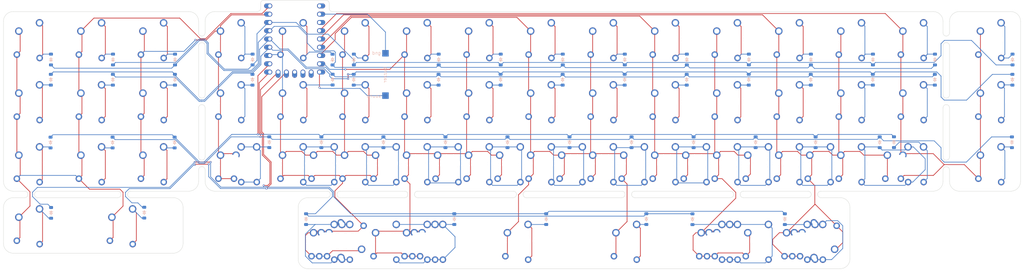
<source format=kicad_pcb>
(kicad_pcb (version 20240108) (generator "pcbnew") (generator_version "8.0")
  (layers (0 "F.Cu" signal) (31 "B.Cu" signal) (34 "B.Paste" user) (35 "F.Paste" user) (36 "B.SilkS" user "B.Silkscreen") (37 "F.SilkS" user "F.Silkscreen") (38 "B.Mask" user) (39 "F.Mask" user) (44 "Edge.Cuts" user))
  (net 0 "")
  (net 1 "Net-(D1-A)")
  (net 2 "Net-(D2-A)")
  (net 3 "Net-(D3-A)")
  (net 4 "Net-(D4-A)")
  (net 5 "Net-(D5-A)")
  (net 6 "Net-(D6-A)")
  (net 7 "Net-(D7-A)")
  (net 8 "Net-(D8-A)")
  (net 9 "Net-(D9-A)")
  (net 10 "Net-(D10-A)")
  (net 11 "Net-(D11-A)")
  (net 12 "Net-(D12-A)")
  (net 13 "Net-(D13-A)")
  (net 14 "Net-(D14-A)")
  (net 15 "Net-(D15-A)")
  (net 16 "Net-(D16-A)")
  (net 17 "Net-(D17-A)")
  (net 18 "Net-(D18-A)")
  (net 19 "Net-(D19-A)")
  (net 20 "Net-(D20-A)")
  (net 21 "Net-(D21-A)")
  (net 22 "Net-(D22-A)")
  (net 23 "Net-(D23-A)")
  (net 24 "Net-(D24-A)")
  (net 25 "Net-(D25-A)")
  (net 26 "Net-(D26-A)")
  (net 27 "Net-(D27-A)")
  (net 28 "Net-(D28-A)")
  (net 29 "Net-(D29-A)")
  (net 30 "Net-(D30-A)")
  (net 31 "Net-(D31-A)")
  (net 32 "Net-(D32-A)")
  (net 33 "Net-(D33-A)")
  (net 34 "Net-(D34-A)")
  (net 35 "Net-(D35-A)")
  (net 36 "Net-(D36-A)")
  (net 37 "Net-(D37-A)")
  (net 38 "Net-(D38-A)")
  (net 39 "Net-(D39-A)")
  (net 40 "Net-(D40-A)")
  (net 41 "Net-(D41-A)")
  (net 42 "Net-(D42-A)")
  (net 43 "Net-(D43-A)")
  (net 44 "Net-(D44-A)")
  (net 45 "Net-(D45-A)")
  (net 46 "Net-(D46-A)")
  (net 47 "Net-(D47-A)")
  (net 48 "Net-(D48-A)")
  (net 49 "Net-(D60-A)")
  (net 50 "Net-(D61-A)")
  (net 51 "Net-(D62-A)")
  (net 52 "Net-(D63-A)")
  (net 53 "Net-(D64-A)")
  (net 54 "Net-(D65-A)")
  (net 55 "Net-(D66-A)")
  (net 56 "Net-(D67-A)")
  (net 62 "row0")
  (net 63 "row1")
  (net 64 "row2")
  (net 65 "row3")
  (net 66 "row4")
  (net 67 "row5")
  (net 68 "row6")
  (net 69 "row7")
  (net 70 "col0")
  (net 71 "col1")
  (net 72 "col2")
  (net 73 "col3")
  (net 74 "col4")
  (net 75 "col5")
  (net 76 "col6")
  (net 77 "col7")
  (net 78 "sound")
  (net 79 "gnd")
  (footprint "1000eyed-mx+glp:SW_MX+GLP_1u" (layer "F.Cu") (at 193.2075 122.13)
    (property "Reference" "MX52" (hide yes))
    (property "Value" "MX_SW_solder")
  )
  (footprint "1000eyed-mx+glp:SW_MX+GLP_1u" (layer "F.Cu") (at 155.1075 145.9425)
    (property "Reference" "MX80" (hide yes))
    (property "Value" "MX_SW_solder")
  )
  (footprint "1000eyed-mx+glp:SW_MX+GLP_1u" (layer "F.Cu") (at 336.0825 122.13)
    (property "Reference" "MX47" (hide yes))
    (property "Value" "MX_SW_solder")
  )
  (footprint "1000eyed-mx+glp:SW_MX+GLP_1u" (layer "F.Cu") (at 221.7825 122.13)
    (property "Reference" "MX41" (hide yes))
    (property "Value" "MX_SW_solder")
  )
  (footprint "1000eyed-mx+glp:SW_MX+GLP_1u" (layer "F.Cu") (at 317.0325 84.03)
    (property "Reference" "MX14" (hide yes))
    (property "Value" "MX_SW_solder")
  )
  (footprint "1000eyed-mx+glp:SW_MX+GLP_1u" (layer "F.Cu") (at 126.5325 103.08)
    (property "Reference" "MX20" (hide yes))
    (property "Value" "MX_SW_solder")
  )
  (footprint "1000eyed-mx+glp:SW_MX+GLP_1u" (layer "F.Cu") (at 83.67 84.03)
    (property "Reference" "MX2" (hide yes))
    (property "Value" "MX_SW_solder")
  )
  (footprint "1000eyed-mx+glp:SW_MX+GLP_1u" (layer "F.Cu") (at 183.6825 145.9425)
    (property "Reference" "MX75" (hide yes))
    (property "Value" "MX_SW_solder")
  )
  (footprint "1000eyed-mx+glp:SW_MX+GLP_1u" (layer "F.Cu") (at 214.63875 145.9425)
    (property "Reference" "MX64" (hide yes))
    (property "Value" "MX_SW_solder")
  )
  (footprint "1000eyed-mx+glp:SW_MX+GLP_1u" (layer "F.Cu") (at 278.9325 103.08)
    (property "Reference" "MX28" (hide yes))
    (property "Value" "MX_SW_solder")
  )
  (footprint "1000eyed-mx+glp:SW_MX+GLP_1u" (layer "F.Cu") (at 145.5825 103.08)
    (property "Reference" "MX21" (hide yes))
    (property "Value" "MX_SW_solder")
  )
  (footprint "1000eyed-mx+glp:SW_MX+GLP_1u" (layer "F.Cu") (at 131.295 122.13)
    (property "Reference" "MX49" (hide yes))
    (property "Value" "MX_SW_solder")
  )
  (footprint "1000eyed-mx+glp:SW_MX+GLP_1u" (layer "F.Cu") (at 183.6825 103.08)
    (property "Reference" "MX23" (hide yes))
    (property "Value" "MX_SW_solder")
  )
  (footprint "1000eyed-mx+glp:SW_MX+GLP_1u" (layer "F.Cu") (at 83.67 103.08)
    (property "Reference" "MX18" (hide yes))
    (property "Value" "MX_SW_solder")
  )
  (footprint "1000eyed-mx+glp:SW_MX+GLP_1u" (layer "F.Cu") (at 274.17 145.9425)
    (property "Reference" "MX66" (hide yes))
    (property "Value" "MX_SW_solder")
  )
  (footprint "1000eyed-mx+glp:SW_MX+GLP_1u" (layer "F.Cu") (at 93.195 141.18)
    (property "Reference" "MX61" (hide yes))
    (property "Value" "MX_SW_solder")
  )
  (footprint "1000eyed-mx+glp:SW_MX+GLP_1u" (layer "F.Cu") (at 188.445 145.9425)
    (property "Reference" "MX63" (hide yes))
    (property "Value" "MX_SW_solder")
  )
  (footprint "1000eyed-mx+glp:SW_MX+GLP_1u" (layer "F.Cu") (at 317.0325 103.08)
    (property "Reference" "MX30" (hide yes))
    (property "Value" "MX_SW_solder")
  )
  (footprint "1000eyed-mx+glp:SW_MX+GLP_1u" (layer "F.Cu") (at 288.4575 145.9425)
    (property "Reference" "MX82" (hide yes))
    (property "Value" "MX_SW_solder")
  )
  (footprint "1000eyed-mx+glp:SW_MX+GLP_1u" (layer "F.Cu") (at 247.97625 145.9425)
    (property "Reference" "MX65" (hide yes))
    (property "Value" "MX_SW_solder")
  )
  (footprint "1000eyed-mx+glp:SW_MX+GLP_1u" (layer "F.Cu") (at 359.895 84.03)
    (property "Reference" "MX16" (hide yes))
    (property "Value" "MX_SW_solder")
  )
  (footprint "1000eyed-mx+glp:SW_MX+GLP_1u" (layer "F.Cu") (at 64.62 84.03)
    (property "Reference" "MX1" (hide yes))
    (property "Value" "MX_SW_solder")
  )
  (footprint "1000eyed-mx+glp:SW_MX+GLP_1u" (layer "F.Cu") (at 162.25125 145.9425 180)
    (property "Reference" "MX62" (hide yes))
    (property "Value" "MX_SW_solder")
  )
  (footprint "1000eyed-mx+glp:SW_MX+GLP_1u" (layer "F.Cu") (at 302.745 145.9425)
    (property "Reference" "MX73" (hide yes))
    (property "Value" "MX_SW_solder")
  )
  (footprint "1000eyed-mx+glp:SW_MX+GLP_1u" (layer "F.Cu") (at 231.3075 122.13)
    (property "Reference" "MX54" (hide yes))
    (property "Value" "MX_SW_solder")
  )
  (footprint "1000eyed-mx+glp:SW_MX+GLP_1u" (layer "F.Cu") (at 240.8325 103.08)
    (property "Reference" "MX26" (hide yes))
    (property "Value" "MX_SW_solder")
  )
  (footprint "1000eyed-mx+glp:SW_MX+GLP_1u" (layer "F.Cu") (at 259.8825 84.03)
    (property "Reference" "MX11" (hide yes))
    (property "Value" "MX_SW_solder")
  )
  (footprint "1000eyed-mx+glp:SW_MX+GLP_1u" (layer "F.Cu") (at 145.5825 84.03)
    (property "Reference" "MX5" (hide yes))
    (property "Value" "MX_SW_solder")
  )
  (footprint "1000eyed-mx+glp:SW_MX+GLP_1u" (layer "F.Cu") (at 297.9825 122.13)
    (property "Reference" "MX45" (hide yes))
    (property "Value" "MX_SW_solder")
  )
  (footprint "1000eyed-mx+glp:SW_MX+GLP_1u" (layer "F.Cu") (at 164.6325 103.08)
    (property "Reference" "MX22" (hide yes))
    (property "Value" "MX_SW_solder")
  )
  (footprint "1000eyed-mx+glp:SW_MX+GLP_1u" (layer "F.Cu") (at 278.9325 84.03)
    (property "Reference" "MX12" (hide yes))
    (property "Value" "MX_SW_solder")
  )
  (footprint "1000eyed-mx+glp:SW_MX+GLP_1u" (layer "F.Cu") (at 126.5325 84.03)
    (property "Reference" "MX4" (hide yes))
    (property "Value" "MX_SW_solder")
  )
  (footprint "1000eyed-mx+glp:SW_MX+GLP_1u" (layer "F.Cu") (at 240.8325 84.03)
    (property "Reference" "MX10" (hide yes))
    (property "Value" "MX_SW_solder")
  )
  (footprint "1000eyed-mx+glp:SW_MX+GLP_1u" (layer "F.Cu") (at 186.06375 145.9425)
    (property "Reference" "MX69" (hide yes))
    (property "Value" "MX_SW_solder")
  )
  (footprint "1000eyed-mx+glp:SW_MX+GLP_1u" (layer "F.Cu") (at 83.67 122.13)
    (property "Reference" "MX34" (hide yes))
    (property "Value" "MX_SW_solder")
  )
  (footprint "1000eyed-mx+glp:SW_MX+GLP_1u" (layer "F.Cu") (at 276.55125 145.9425)
    (property "Reference" "MX72" (hide yes))
    (property "Value" "MX_SW_solder")
  )
  (footprint "1000eyed-mx+glp:SW_MX+GLP_1u" (layer "F.Cu") (at 240.8325 122.13)
    (property "Reference" "MX42" (hide yes))
    (property "Value" "MX_SW_solder")
  )
  (footprint "1000eyed-mx+glp:SW_MX+GLP_1u" (layer "F.Cu") (at 331.32 122.13)
    (property "Reference" "MX59" (hide yes))
    (property "Value" "MX_SW_solder")
  )
  (footprint "1000eyed-mx+glp:SW_MX+GLP_1u" (layer "F.Cu") (at 336.0825 84.03)
    (property "Reference" "MX15" (hide yes))
    (property "Value" "MX_SW_solder")
  )
  (footprint "1000eyed-mx+glp:SW_MX+GLP_1u" (layer "F.Cu") (at 221.7825 84.03)
    (property "Reference" "MX9" (hide yes))
    (property "Value" "MX_SW_solder")
  )
  (footprint "1000eyed-mx+glp:SW_MX+GLP_1u" (layer "F.Cu") (at 102.72 84.03)
    (property "Reference" "MX3" (hide yes))
    (property "Value" "MX_SW_solder")
  )
  (footprint "1000eyed-mx+glp:SW_MX+GLP_1u" (layer "F.Cu") (at 64.62 141.18)
    (property "Reference" "MX60" (hide yes))
    (property "Value" "MX_SW_solder")
  )
  (footprint "1000eyed-mx+glp:SW_MX+GLP_1u" (layer "F.Cu") (at 359.895 122.13)
    (property "Reference" "MX48" (hide yes))
    (property "Value" "MX_SW_solder")
  )
  (footprint "1000eyed-mx+glp:SW_MX+GLP_1u" (layer "F.Cu") (at 288.4575 122.13)
    (property "Reference" "MX57" (hide yes))
    (property "Value" "MX_SW_solder")
  )
  (footprint "1000eyed-mx+glp:SW_MX+GLP_1u" (layer "F.Cu") (at 202.7325 122.13)
    (property "Reference" "MX40" (hide yes))
    (property "Value" "MX_SW_solder")
  )
  (footprint "1000eyed-mx+glp:SW_MX+GLP_1u" (layer "F.Cu") (at 202.7325 103.08)
    (property "Reference" "MX24" (hide yes))
    (property "Value" "MX_SW_solder")
  )
  (footprint "1000eyed-mx+glp:SW_MX+GLP_1u" (layer "F.Cu") (at 126.5325 122.13)
    (property "Reference" "MX36" (hide yes))
    (property "Value" "MX_SW_solder")
  )
  (footprint "1000eyed-mx+glp:SW_MX+GLP_1u" (layer "F.Cu") (at 157.48875 145.9425)
    (property "Reference" "MX74" (hide yes))
    (property "Value" "MX_SW_solder")
  )
  (footprint "1000eyed-mx+glp:SW_MX+GLP_1u" (layer "F.Cu") (at 102.72 122.13)
    (property "Reference" "MX35" (hide yes))
    (property "Value" "MX_SW_solder")
  )
  (footprint "1000eyed-mx+glp:SW_MX+GLP_1u" (layer "F.Cu") (at 174.1575 122.13)
    (property "Reference" "MX51" (hide yes))
    (property "Value" "MX_SW_solder")
  )
  (footprint "1000eyed-mx+glp:SW_MX+GLP_1u" (layer "F.Cu") (at 145.5825 122.13)
    (property "Reference" "MX37" (hide yes))
    (property "Value" "MX_SW_solder")
  )
  (footprint "1000eyed-mx+glp:SW_MX+GLP_1u" (layer "F.Cu") (at 155.1075 122.13)
    (property "Reference" "MX50" (hide yes))
    (property "Value" "MX_SW_solder")
  )
  (footprint "1000eyed-mx+glp:SW_MX+GLP_1u" (layer "F.Cu") (at 278.9325 145.9425)
    (property "Reference" "MX78" (hide yes))
    (property "Value" "MX_SW_solder")
  )
  (footprint "1000eyed-mx+glp:SW_MX+GLP_1u" (layer "F.Cu") (at 164.6325 84.03)
    (property "Reference" "MX6" (hide yes))
    (property "Value" "MX_SW_solder")
  )
  (footprint "1000eyed-mx+glp:SW_MX+GLP_1u" (layer "F.Cu") (at 297.9825 84.03)
    (property "Reference" "MX13" (hide yes))
    (property "Value" "MX_SW_solder")
  )
  (footprint "1000eyed-mx+glp:SW_MX+GLP_1u" (layer "F.Cu") (at 183.6825 122.13)
    (property "Reference" "MX39" (hide yes))
    (property "Value" "MX_SW_solder")
  )
  (footprint "1000eyed-mx+glp:SW_MX+GLP_1u" (layer "F.Cu") (at 297.9825 103.08)
    (property "Reference" "MX29" (hide yes))
    (property "Value" "MX_SW_solder")
  )
  (footprint "1000eyed-mx+glp:SW_MX+GLP_1u" (layer "F.Cu") (at 212.2575 122.13)
    (property "Reference" "MX53" (hide yes))
    (property "Value" "MX_SW_solder")
  )
  (footprint "1000eyed-mx+glp:SW_MX+GLP_1u" (layer "F.Cu") (at 64.62 103.08)
    (property "Reference" "MX17" (hide yes))
    (property "Value" "MX_SW_solder")
  )
  (footprint "1000eyed-mx+glp:SW_MX+GLP_1u" (layer "F.Cu") (at 250.3575 122.13)
    (property "Reference" "MX55" (hide yes))
    (property "Value" "MX_SW_solder")
  )
  (footprint "1000eyed-mx+glp:SW_MX+GLP_1u" (layer "F.Cu") (at 336.0825 103.08)
    (property "Reference" "MX31" (hide yes))
    (property "Value" "MX_SW_solder")
  )
  (footprint "1000eyed-mx+glp:SW_MX+GLP_1u" (layer "F.Cu") (at 174.1575 145.9425)
    (property "Reference" "MX81" (hide yes))
    (property "Value" "MX_SW_solder")
  )
  (footprint "1000eyed-mx+glp:SW_MX+GLP_1u" (layer "F.Cu") (at 259.8825 103.08)
    (property "Reference" "MX27" (hide yes))
    (property "Value" "MX_SW_solder")
  )
  (footprint "1000eyed-mx+glp:SW_MX+GLP_1u" (layer "F.Cu") (at 307.5075 145.9425 180)
    (property "Reference" "MX83" (hide yes))
    (property "Value" "MX_SW_solder")
  )
  (footprint "1000eyed-mx+glp:SW_MX+GLP_1u" (layer "F.Cu") (at 305.12625 145.9425)
    (property "Reference" "MX79" (hide yes))
    (property "Value" "MX_SW_solder")
  )
  (footprint "1000eyed-mx+glp:SW_MX+GLP_1u" (layer "F.Cu") (at 359.895 103.08)
    (property "Reference" "MX32" (hide yes))
    (property "Value" "MX_SW_solder")
  )
  (footprint "1000eyed-mx+glp:SW_MX+GLP_1u" (layer "F.Cu") (at 259.8825 122.13)
    (property "Reference" "MX43" (hide yes))
    (property "Value" "MX_SW_solder")
  )
  (footprint "1000eyed-mx+glp:SW_MX+GLP_1u" (layer "F.Cu") (at 102.72 103.08)
    (property "Reference" "MX19" (hide yes))
    (property "Value" "MX_SW_solder")
  )
  (footprint "1000eyed-mx+glp:SW_MX+GLP_1u" (layer "F.Cu") (at 278.9325 122.13)
    (property "Reference" "MX44" (hide yes))
    (property "Value" "MX_SW_solder")
  )
  (footprint "1000eyed-mx+glp:SW_MX+GLP_1u" (layer "F.Cu") (at 164.6325 122.13)
    (property "Reference" "MX38" (hide yes))
    (property "Value" "MX_SW_solder")
  )
  (footprint "1000eyed-mx+glp:SW_MX+GLP_1u" (layer "F.Cu") (at 307.5075 122.13)
    (property "Reference" "MX58" (hide yes))
    (property "Value" "MX_SW_solder")
  )
  (footprint "1000eyed-mx+glp:SW_MX+GLP_1u" (layer "F.Cu") (at 317.0325 122.13)
    (property "Reference" "MX46" (hide yes))
    (property "Value" "MX_SW_solder")
  )
  (footprint "1000eyed-mx+glp:SW_MX+GLP_1u" (layer "F.Cu") (at 159.87 145.9425)
    (property "Reference" "MX68" (hide yes))
    (property "Value" "MX_SW_solder")
  )
  (footprint "1000eyed-mx+glp:SW_MX+GLP_1u" (layer "F.Cu") (at 202.7325 84.03)
    (property "Reference" "MX8" (hide yes))
    (property "Value" "MX_SW_solder")
  )
  (footprint "1000eyed-mx+glp:SW_MX+GLP_1u" (layer "F.Cu") (at 183.6825 84.03)
    (property "Reference" "MX7" (hide yes))
    (property "Value" "MX_SW_solder")
  )
  (footprint "1000eyed-mx+glp:SW_MX+GLP_1u" (layer "F.Cu") (at 300.36375 145.9425)
    (property "Reference" "MX67" (hide yes))
    (property "Value" "MX_SW_solder")
  )
  (footprint "1000eyed-mx+glp:SW_MX+GLP_1u" (layer "F.Cu") (at 269.4075 122.13)
    (property "Reference" "MX56" (hide yes))
    (property "Value" "MX_SW_solder")
  )
  (footprint "1000eyed-mx+glp:SW_MX+GLP_1u" (layer "F.Cu") (at 64.62 122.13)
    (property "Reference" "MX33" (hide yes))
    (property "Value" "MX_SW_solder")
  )
  (footprint "1000eyed-mx+glp:SW_MX+GLP_1u" (layer "F.Cu") (at 221.7825 103.08)
    (property "Reference" "MX25" (hide yes))
    (property "Value" "MX_SW_solder")
  )
  (footprint "ScottoKeebs_Components:Diode_SOD-123" (layer "B.Cu") (at 108.77 90.2175 90)
    (property "Reference" "D3" (hide yes))
    (property "Value" "1N4148W")
  )
  (footprint "ScottoKeebs_Components:Diode_SOD-123" (layer "B.Cu") (at 267.66 139.26 -90)
    (property "Reference" "D66" (hide yes))
    (property "Value" "1N4148W")
  )
  (footprint "ScottoKeebs_Components:Diode_SOD-123" (layer "B.Cu") (at 108.64 115.71 -90)
    (property "Reference" "D35" (hide yes))
    (property "Value" "1N4148W")
  )
  (footprint "ScottoKeebs_Components:Diode_SOD-123" (layer "B.Cu") (at 229.91 115.63 -90)
    (property "Reference" "D41" (hide yes))
    (property "Value" "1N4148W")
  )
  (footprint "ScottoKeebs_Components:Diode_SOD-123" (layer "B.Cu") (at 157.15 96.3825 -90)
    (property "Reference" "D21" (hide yes))
    (property "Value" "1N4148W")
  )
  (footprint "ScottoKeebs_Components:Diode_SOD-123" (layer "B.Cu") (at 157.13 90.2375 90)
    (property "Reference" "D5" (hide yes))
    (property "Value" "1N4148W")
  )
  (footprint "ScottoKeebs_Components:Diode_SOD-123" (layer "B.Cu") (at 284.9825 90.2175 90)
    (property "Reference" "D12" (hide yes))
    (property "Value" "1N4148W")
  )
  (footprint "ScottoKeebs_Components:Diode_SOD-123" (layer "B.Cu") (at 323.0825 90.2175 90)
    (property "Reference" "D14" (hide yes))
    (property "Value" "1N4148W")
  )
  (footprint "ScottoKeebs_Components:Diode_SOD-123" (layer "B.Cu") (at 325.16 115.63 -90)
    (property "Reference" "D46" (hide yes))
    (property "Value" "1N4148W")
  )
  (footprint "ScottoKeebs_Components:Diode_SOD-123" (layer "B.Cu") (at 248.96 115.63 -90)
    (property "Reference" "D42" (hide yes))
    (property "Value" "1N4148W")
  )
  (footprint "ScottoKeebs_Components:Diode_SOD-123" (layer "B.Cu") (at 329.54 115.6025 -90)
    (property "Reference" "D47" (hide yes))
    (property "Value" "1N4148W")
  )
  (footprint "ScottoKeebs_Components:Diode_SOD-123" (layer "B.Cu") (at 208.7825 90.2175 90)
    (property "Reference" "D8" (hide yes))
    (property "Value" "1N4148W")
  )
  (footprint "ScottoKeebs_Components:Diode_SOD-123" (layer "B.Cu") (at 222.75 139.2225 -90)
    (property "Reference" "D64" (hide yes))
    (property "Value" "1N4148W")
  )
  (footprint "ScottoKeebs_Components:Diode_SOD-123" (layer "B.Cu") (at 323.0425 96.42 -90)
    (property "Reference" "D30" (hide yes))
    (property "Value" "1N4148W")
  )
  (footprint "ScottoKeebs_Components:Diode_SOD-123" (layer "B.Cu") (at 287.06 115.63 -90)
    (property "Reference" "D44" (hide yes))
    (property "Value" "1N4148W")
  )
  (footprint "ScottoKeebs_Components:Diode_SOD-123" (layer "B.Cu") (at 304.0325 90.2175 90)
    (property "Reference" "D13" (hide yes))
    (property "Value" "1N4148W")
  )
  (footprint "ScottoKeebs_Components:Diode_SOD-123" (layer "B.Cu") (at 253.5 139.2225 -90)
    (property "Reference" "D65" (hide yes))
    (property "Value" "1N4148W")
  )
  (footprint "ScottoKeebs_Components:Diode_SOD-123" (layer "B.Cu") (at 296.03 139.2425 -90)
    (property "Reference" "D67" (hide yes))
    (property "Value" "1N4148W")
  )
  (footprint "ScottoKeebs_Components:Diode_SOD-123" (layer "B.Cu") (at 365.945 90.2175 90)
    (property "Reference" "D16" (hide yes))
    (property "Value" "1N4148W")
  )
  (footprint "ScottoKeebs_Components:Diode_SOD-123" (layer "B.Cu") (at 189.6925 96.42 -90)
    (property "Reference" "D23" (hide yes))
    (property "Value" "1N4148W")
  )
  (footprint "ScottoKeebs_Components:Diode_SOD-123" (layer "B.Cu") (at 149.01 139.2325 -90)
    (property "Reference" "D62" (hide yes))
    (property "Value" "1N4148W")
  )
  (footprint "ScottoKeebs_Components:Diode_SOD-123" (layer "B.Cu") (at 342.1325 90.2175 90)
    (property "Reference" "D15" (hide yes))
    (property "Value" "1N4148W")
  )
  (footprint "ScottoKeebs_Components:Diode_SOD-123" (layer "B.Cu") (at 342.0925 96.42 -90)
    (property "Reference" "D31" (hide yes))
    (property "Value" "1N4148W")
  )
  (footprint "ScottoKeebs_Components:Diode_SOD-123" (layer "B.Cu") (at 284.9425 96.42 -90)
    (property "Reference" "D28" (hide yes))
    (property "Value" "1N4148W")
  )
  (footprint "ScottoKeebs_Components:Diode_SOD-123" (layer "B.Cu") (at 132.5425 96.42 -90)
    (property "Reference" "D20" (hide yes))
    (property "Value" "1N4148W")
  )
  (footprint "ScottoKeebs_Components:Diode_SOD-123" (layer "B.Cu") (at 194.53 139.2225 -90)
    (property "Reference" "D63" (hide yes))
    (property "Value" "1N4148W")
  )
  (footprint "ScottoKeebs_Components:Diode_SOD-123" (layer "B.Cu") (at 89.72 90.2175 90)
    (property "Reference" "D2" (hide yes))
    (property "Value" "1N4148W")
  )
  (footprint "ScottoKeebs_Components:Diode_SOD-123" (layer "B.Cu") (at 227.8325 90.2175 90)
    (property "Reference" "D9" (hide yes))
    (property "Value" "1N4148W")
  )
  (footprint "ScottoKeebs_Components:Diode_SOD-123" (layer "B.Cu") (at 163.6825 90.2175 90)
    (property "Reference" "D6" (hide yes))
    (property "Value" "1N4148W")
  )
  (footprint "ScottoKeebs_Components:Diode_SOD-123" (layer "B.Cu") (at 365.905 96.42 -90)
    (property "Reference" "D32" (hide yes))
    (property "Value" "1N4148W")
  )
  (footprint "ScottoKeebs_Components:Diode_SOD-123" (layer "B.Cu") (at 70.71 137.31 -90)
    (property "Reference" "D60" (hide yes))
    (property "Value" "1N4148W")
  )
  (footprint "ScottoKeebs_Components:Diode_SOD-123" (layer "B.Cu") (at 70.63 96.42 -90)
    (property "Reference" "D17" (hide yes))
    (property "Value" "1N4148W")
  )
  (footprint "ScottoKeebs_Components:Diode_SOD-123" (layer "B.Cu") (at 132.5825 90.2175 90)
    (property "Reference" "D4" (hide yes))
    (property "Value" "1N4148W")
  )
  (footprint "ScottoKeebs_Components:Diode_SOD-123" (layer "B.Cu") (at 303.9925 96.42 -90)
    (property "Reference" "D29" (hide yes))
    (property "Value" "1N4148W")
  )
  (footprint "ScottoKeebs_Components:Diode_SOD-123" (layer "B.Cu") (at 191.81 115.63 -90)
    (property "Reference" "D39" (hide yes))
    (property "Value" "1N4148W")
  )
  (footprint "ScottoKeebs_Components:Diode_SOD-123" (layer "B.Cu") (at 265.9325 90.2175 90)
    (property "Reference" "D11" (hide yes))
    (property "Value" "1N4148W")
  )
  (footprint "ScottoKeebs_Components:Diode_SOD-123" (layer "B.Cu") (at 163.6425 96.42 -90)
    (property "Reference" "D22" (hide yes))
    (property "Value" "1N4148W")
  )
  (footprint "ScottoKeebs_Components:Diode_SOD-123" (layer "B.Cu") (at 268.01 115.63 -90)
    (property "Reference" "D43" (hide yes))
    (property "Value" "1N4148W")
  )
  (footprint "ScottoKeebs_Components:Diode_SOD-123" (layer "B.Cu") (at 246.8425 96.42 -90)
    (property "Reference" "D26" (hide yes))
    (property "Value" "1N4148W")
  )
  (footprint "ScottoKeebs_Components:Diode_SOD-123" (layer "B.Cu") (at 227.7925 96.42 -90)
    (property "Reference" "D25" (hide yes))
    (property "Value" "1N4148W")
  )
  (footprint "ScottoKeebs_Components:Diode_SOD-123" (layer "B.Cu") (at 172.76 115.63 -90)
    (property "Reference" "D38" (hide yes))
    (property "Value" "1N4148W")
  )
  (footprint "ScottoKeebs_Components:Diode_SOD-123" (layer "B.Cu") (at 89.59 115.71 -90)
    (property "Reference" "D34" (hide yes))
    (property "Value" "1N4148W")
  )
  (footprint "ScottoKeebs_Components:Diode_SOD-123" (layer "B.Cu") (at 70.67 90.2175 90)
    (property "Reference" "D1" (hide yes))
    (property "Value" "1N4148W")
  )
  (footprint "ScottoKeebs_Components:Diode_SOD-123" (layer "B.Cu") (at 70.54 115.71 -90)
    (property "Reference" "D33" (hide yes))
    (property "Value" "1N4148W")
  )
  (footprint "ScottoKeebs_Components:Diode_SOD-123" (layer "B.Cu") (at 208.7425 96.42 -90)
    (property "Reference" "D24" (hide yes))
    (property "Value" "1N4148W")
  )
  (footprint "ScottoKeebs_Components:Diode_SOD-123" (layer "B.Cu") (at 99.32 137.24 -90)
    (property "Reference" "D61" (hide yes))
    (property "Value" "1N4148W")
  )
  (footprint "1000eyed-mx+glp:KLJ-1102" (layer "B.Cu") (at 173.39 94.8 90)
    (property "Reference" "BZ60" (hide yes))
    (property "Value" "Buzzer")
  )
  (footprint "ScottoKeebs_Components:Diode_SOD-123" (layer "B.Cu") (at 305.48 115.63 -90)
    (property "Reference" "D45" (hide yes))
    (property "Value" "1N4148W")
  )
  (footprint "ScottoKeebs_Components:Diode_SOD-123" (layer "B.Cu") (at 153.71 115.63 -90)
    (property "Reference" "D37" (hide yes))
    (property "Value" "1N4148W")
  )
  (footprint "ScottoKeebs_Components:Diode_SOD-123" (layer "B.Cu") (at 189.7325 90.2175 90)
    (property "Reference" "D7" (hide yes))
    (property "Value" "1N4148W")
  )
  (footprint "ScottoKeebs_Components:Diode_SOD-123" (layer "B.Cu") (at 246.8825 90.2175 90)
    (property "Reference" "D10" (hide yes))
    (property "Value" "1N4148W")
  )
  (footprint "ScottoKeebs_Components:Diode_SOD-123" (layer "B.Cu") (at 89.68 96.42 -90)
    (property "Reference" "D18" (hide yes))
    (property "Value" "1N4148W")
  )
  (footprint "ScottoKeebs_Components:Diode_SOD-123" (layer "B.Cu") (at 210.86 115.63 -90)
    (property "Reference" "D40" (hide yes))
    (property "Value" "1N4148W")
  )
  (footprint "ScottoKeebs_Components:Diode_SOD-123" (layer "B.Cu") (at 365.76 115.63 -90)
    (property "Reference" "D48" (hide yes))
    (property "Value" "1N4148W")
  )
  (footprint "ScottoKeebs_Components:Diode_SOD-123" (layer "B.Cu") (at 265.8925 96.42 -90)
    (property "Reference" "D27" (hide yes))
    (property "Value" "1N4148W")
  )
  (footprint "ScottoKeebs_MCU:RP2040_Zero" (layer "B.Cu") (at 145.5 83.91 180)
    (property "Reference" "U1" (hide yes))
    (property "Value" "RP2040_Zero" (hide yes))
  )
  (footprint "ScottoKeebs_Components:Diode_SOD-123" (layer "B.Cu") (at 108.73 96.42 -90)
    (property "Reference" "D19" (hide yes))
    (property "Value" "1N4148W")
  )
  (footprint "ScottoKeebs_Components:Diode_SOD-123" (layer "B.Cu") (at 137.71 115.6125 -90)
    (property "Reference" "D36" (hide yes))
    (property "Value" "1N4148W")
  )
  (gr_arc (start 344.6025 127.64) (mid 343.72382 129.76132) (end 341.6025 130.64) (stroke (width 0.1)) (layer "Edge.Cuts"))
  (gr_arc (start 92.19 131.64) (mid 91.897107 132.347107) (end 91.19 132.64) (stroke (width 0.1)) (layer "Edge.Cuts"))
  (gr_line (start 118.0025 101.065) (end 118.0025 86.015) (stroke (width 0.1)) (layer "Edge.Cuts"))
  (gr_line (start 316.0275 151.4525) (end 316.0275 135.64) (stroke (width 0.1)) (layer "Edge.Cuts"))
  (gr_arc (start 282.30875 131.64) (mid 282.598196 130.936396) (end 283.298901 130.64) (stroke (width 0.1)) (layer "Edge.Cuts"))
  (gr_line (start 368.415 127.64) (end 368.415 78.49) (stroke (width 0.1)) (layer "Edge.Cuts"))
  (gr_arc (start 91.19 130.64) (mid 91.897107 130.932893) (end 92.19 131.64) (stroke (width 0.1)) (layer "Edge.Cuts"))
  (gr_arc (start 116.0025 124.115) (mid 116.295393 123.407893) (end 117.0025 123.115) (stroke (width 0.1)) (layer "Edge.Cuts"))
  (gr_arc (start 108.24 132.64) (mid 110.36132 133.51868) (end 111.24 135.64) (stroke (width 0.1)) (layer "Edge.Cuts"))
  (gr_line (start 116.0025 105.065) (end 116.0025 120.115) (stroke (width 0.1)) (layer "Edge.Cuts"))
  (gr_arc (start 117.0025 121.115) (mid 116.295393 120.822107) (end 116.0025 120.115) (stroke (width 0.1)) (layer "Edge.Cuts"))
  (gr_arc (start 111.24 146.69) (mid 110.36132 148.81132) (end 108.24 149.69) (stroke (width 0.1)) (layer "Edge.Cuts"))
  (gr_line (start 365.415 75.49) (end 349.6025 75.49) (stroke (width 0.1)) (layer "Edge.Cuts"))
  (gr_arc (start 316.0275 151.4525) (mid 315.14882 153.57382) (end 313.0275 154.4525) (stroke (width 0.1)) (layer "Edge.Cuts"))
  (gr_line (start 346.6025 124.115) (end 346.6025 127.64) (stroke (width 0.1)) (layer "Edge.Cuts"))
  (gr_arc (start 313.0275 132.64) (mid 315.14882 133.51868) (end 316.0275 135.64) (stroke (width 0.1)) (layer "Edge.Cuts"))
  (gr_arc (start 345.6025 102.065) (mid 344.895393 101.772107) (end 344.6025 101.065) (stroke (width 0.1)) (layer "Edge.Cuts"))
  (gr_line (start 344.6025 127.64) (end 344.6025 124.115) (stroke (width 0.1)) (layer "Edge.Cuts"))
  (gr_arc (start 349.6025 130.64) (mid 347.48118 129.76132) (end 346.6025 127.64) (stroke (width 0.1)) (layer "Edge.Cuts"))
  (gr_line (start 303.1213 130.64) (end 283.298901 130.64) (stroke (width 0.1)) (layer "Edge.Cuts"))
  (gr_arc (start 117.0025 85.015) (mid 117.709607 85.307893) (end 118.0025 86.015) (stroke (width 0.1)) (layer "Edge.Cuts"))
  (gr_arc (start 306.12125 131.64) (mid 306.417696 130.929396) (end 307.131199 130.64) (stroke (width 0.1)) (layer "Edge.Cuts"))
  (gr_arc (start 249.9712 132.64) (mid 249.264129 132.347101) (end 248.97125 131.64) (stroke (width 0.1)) (layer "Edge.Cuts"))
  (gr_arc (start 307.1212 132.64) (mid 306.414129 132.347101) (end 306.12125 131.64) (stroke (width 0.1)) (layer "Edge.Cuts"))
  (gr_line (start 121.0025 130.64) (end 155.4838 130.64) (stroke (width 0.1)) (layer "Edge.Cuts"))
  (gr_line (start 341.6025 75.49) (end 157.1025 75.49) (stroke (width 0.1)) (layer "Edge.Cuts"))
  (gr_line (start 159.4837 132.64) (end 179.3062 132.64) (stroke (width 0.1)) (layer "Edge.Cuts"))
  (gr_arc (start 215.63375 131.64) (mid 215.923196 130.936396) (end 216.623901 130.64) (stroke (width 0.1)) (layer "Edge.Cuts"))
  (gr_arc (start 248.97125 131.64) (mid 249.260696 130.936396) (end 249.961401 130.64) (stroke (width 0.1)) (layer "Edge.Cuts"))
  (gr_line (start 62.615 132.64) (end 59.09 132.64) (stroke (width 0.1)) (layer "Edge.Cuts"))
  (gr_arc (start 116.0025 105.065) (mid 116.295393 104.357893) (end 117.0025 104.065) (stroke (width 0.1)) (layer "Edge.Cuts"))
  (gr_arc (start 245.9713 130.64) (mid 246.678371 130.932899) (end 246.97125 131.64) (stroke (width 0.1)) (layer "Edge.Cuts"))
  (gr_arc (start 56.09 78.49) (mid 56.96868 76.36868) (end 59.09 75.49) (stroke (width 0.1)) (layer "Edge.Cuts"))
  (gr_line (start 111.24 146.69) (end 111.24 135.64) (stroke (width 0.1)) (layer "Edge.Cuts"))
  (gr_line (start 216.6337 132.64) (end 245.9812 132.64) (stroke (width 0.1)) (layer "Edge.Cuts"))
  (gr_arc (start 246.97125 131.64) (mid 246.68184 132.343568) (end 245.9812 132.64) (stroke (width 0.1)) (layer "Edge.Cuts"))
  (gr_line (start 116.0025 86.015) (end 116.0025 101.065) (stroke (width 0.1)) (layer "Edge.Cuts"))
  (gr_arc (start 66.615 132.64) (mid 65.907893 132.347107) (end 65.615 131.64) (stroke (width 0.1)) (layer "Edge.Cuts"))
  (gr_line (start 113.0025 75.49) (end 59.09 75.49) (stroke (width 0.1)) (layer "Edge.Cuts"))
  (gr_arc (start 346.6025 78.49) (mid 347.48118 76.36868) (end 349.6025 75.49) (stroke (width 0.1)) (layer "Edge.Cuts"))
  (gr_arc (start 113.0025 75.49) (mid 115.12382 76.36868) (end 116.0025 78.49) (stroke (width 0.1)) (layer "Edge.Cuts"))
  (gr_arc (start 279.3088 130.64) (mid 280.015871 130.932899) (end 280.30875 131.64) (stroke (width 0.1)) (layer "Edge.Cuts"))
  (gr_line (start 116.0025 82.015) (end 116.0025 78.49) (stroke (width 0.1)) (layer "Edge.Cuts"))
  (gr_arc (start 56.09 135.64) (mid 56.96868 133.51868) (end 59.09 132.64) (stroke (width 0.1)) (layer "Edge.Cuts"))
  (gr_arc (start 159.4837 132.64) (mid 158.776629 132.347101) (end 158.48375 131.64) (stroke (width 0.1)) (layer "Edge.Cuts"))
  (gr_line (start 349.6025 130.64) (end 365.415 130.64) (stroke (width 0.1)) (layer "Edge.Cuts"))
  (gr_line (start 95.19 130.64) (end 113.0025 130.64) (stroke (width 0.1)) (layer "Edge.Cuts"))
  (gr_line (start 59.09 149.69) (end 108.24 149.69) (stroke (width 0.1)) (layer "Edge.Cuts"))
  (gr_arc (start 135.0525 74.49) (mid 134.759607 75.197107) (end 134.0525 75.49) (stroke (width 0.1)) (layer "Edge.Cuts"))
  (gr_arc (start 344.6025 86.015) (mid 344.895393 85.307893) (end 345.6025 85.015) (stroke (width 0.1)) (layer "Edge.Cuts"))
  (gr_arc (start 118.0025 78.49) (mid 118.88118 76.36868) (end 121.0025 75.49) (stroke (width 0.1)) (layer "Edge.Cuts"))
  (gr_arc (start 345.6025 123.115) (mid 346.309607 123.407893) (end 346.6025 124.115) (stroke (width 0.1)) (layer "Edge.Cuts"))
  (gr_arc (start 117.0025 102.065) (mid 116.295393 101.772107) (end 116.0025 101.065) (stroke (width 0.1)) (layer "Edge.Cuts"))
  (gr_arc (start 280.30875 131.64) (mid 280.01934 132.343568) (end 279.3187 132.64) (stroke (width 0.1)) (layer "Edge.Cuts"))
  (gr_line (start 155.1025 71.99) (end 136.0525 71.99) (stroke (width 0.1)) (layer "Edge.Cuts"))
  (gr_arc (start 157.1025 75.49) (mid 156.395393 75.197107) (end 156.1025 74.49) (stroke (width 0.1)) (layer "Edge.Cuts"))
  (gr_arc (start 118.0025 82.015) (mid 117.709607 82.722107) (end 117.0025 83.015) (stroke (width 0.1)) (layer "Edge.Cuts"))
  (gr_arc (start 155.4838 130.64) (mid 156.190871 130.932899) (end 156.48375 131.64) (stroke (width 0.1)) (layer "Edge.Cuts"))
  (gr_line (start 91.19 130.64) (end 66.615 130.64) (stroke (width 0.1)) (layer "Edge.Cuts"))
  (gr_arc (start 65.615 131.64) (mid 65.907893 130.932893) (end 66.615 130.64) (stroke (width 0.1)) (layer "Edge.Cuts"))
  (gr_arc (start 135.0525 72.99) (mid 135.345393 72.282893) (end 136.0525 71.99) (stroke (width 0.1)) (layer "Edge.Cuts"))
  (gr_arc (start 59.09 149.69) (mid 56.96868 148.81132) (end 56.09 146.69) (stroke (width 0.1)) (layer "Edge.Cuts"))
  (gr_line (start 156.1025 74.49) (end 156.1025 72.99) (stroke (width 0.1)) (layer "Edge.Cuts"))
  (gr_arc (start 149.5775 154.4525) (mid 147.45618 153.57382) (end 146.5775 151.4525) (stroke (width 0.1)) (layer "Edge.Cuts"))
  (gr_arc (start 179.2963 130.64) (mid 180.003371 130.932899) (end 180.29625 131.64) (stroke (width 0.1)) (layer "Edge.Cuts"))
  (gr_arc (start 368.415 127.64) (mid 367.53632 129.76132) (end 365.415 130.64) (stroke (width 0.1)) (layer "Edge.Cuts"))
  (gr_line (start 279.3088 130.64) (end 249.961401 130.64) (stroke (width 0.1)) (layer "Edge.Cuts"))
  (gr_arc (start 213.63375 131.64) (mid 213.34434 132.343568) (end 212.6437 132.64) (stroke (width 0.1)) (layer "Edge.Cuts"))
  (gr_arc (start 116.0025 86.015) (mid 116.295393 85.307893) (end 117.0025 85.015) (stroke (width 0.1)) (layer "Edge.Cuts"))
  (gr_arc (start 346.6025 120.115) (mid 346.309607 120.822107) (end 345.6025 121.115) (stroke (width 0.1)) (layer "Edge.Cuts"))
  (gr_line (start 149.5775 154.4525) (end 313.0275 154.4525) (stroke (width 0.1)) (layer "Edge.Cuts"))
  (gr_arc (start 117.0025 83.015) (mid 116.295393 82.722107) (end 116.0025 82.015) (stroke (width 0.1)) (layer "Edge.Cuts"))
  (gr_arc (start 117.0025 104.065) (mid 117.709607 104.357893) (end 118.0025 105.065) (stroke (width 0.1)) (layer "Edge.Cuts"))
  (gr_line (start 59.09 130.64) (end 62.615 130.64) (stroke (width 0.1)) (layer "Edge.Cuts"))
  (gr_line (start 183.2962 132.64) (end 212.6437 132.64) (stroke (width 0.1)) (layer "Edge.Cuts"))
  (gr_line (start 307.131199 130.64) (end 341.6025 130.64) (stroke (width 0.1)) (layer "Edge.Cuts"))
  (gr_line (start 344.6025 82.015) (end 344.6025 78.49) (stroke (width 0.1)) (layer "Edge.Cuts"))
  (gr_arc (start 180.29625 131.64) (mid 180.00684 132.343568) (end 179.3062 132.64) (stroke (width 0.1)) (layer "Edge.Cuts"))
  (gr_line (start 245.9713 130.64) (end 216.623901 130.64) (stroke (width 0.1)) (layer "Edge.Cuts"))
  (gr_arc (start 156.48375 131.64) (mid 156.187268 132.35064) (end 155.4737 132.64) (stroke (width 0.1)) (layer "Edge.Cuts"))
  (gr_line (start 108.24 132.64) (end 95.19 132.64) (stroke (width 0.1)) (layer "Edge.Cuts"))
  (gr_line (start 66.615 132.64) (end 91.19 132.64) (stroke (width 0.1)) (layer "Edge.Cuts"))
  (gr_arc (start 345.6025 121.115) (mid 344.895393 120.822107) (end 344.6025 120.115) (stroke (width 0.1)) (layer "Edge.Cuts"))
  (gr_line (start 283.3087 132.64) (end 303.1312 132.64) (stroke (width 0.1)) (layer "Edge.Cuts"))
  (gr_arc (start 62.615 130.64) (mid 63.322107 130.932893) (end 63.615 131.64) (stroke (width 0.1)) (layer "Edge.Cuts"))
  (gr_arc (start 182.29625 131.64) (mid 182.585696 130.936396) (end 183.286401 130.64) (stroke (width 0.1)) (layer "Edge.Cuts"))
  (gr_arc (start 183.2962 132.64) (mid 182.589129 132.347101) (end 182.29625 131.64) (stroke (width 0.1)) (layer "Edge.Cuts"))
  (gr_arc (start 116.0025 127.64) (mid 115.12382 129.76132) (end 113.0025 130.64) (stroke (width 0.1)) (layer "Edge.Cuts"))
  (gr_arc (start 121.0025 130.64) (mid 118.88118 129.76132) (end 118.0025 127.64) (stroke (width 0.1)) (layer "Edge.Cuts"))
  (gr_line (start 118.0025 124.115) (end 118.0025 127.64) (stroke (width 0.1)) (layer "Edge.Cuts"))
  (gr_arc (start 95.19 132.64) (mid 94.482893 132.347107) (end 94.19 131.64) (stroke (width 0.1)) (layer "Edge.Cuts"))
  (gr_line (start 155.4737 132.64) (end 149.5775 132.64) (stroke (width 0.1)) (layer "Edge.Cuts"))
  (gr_arc (start 283.3087 132.64) (mid 282.601629 132.347101) (end 282.30875 131.64) (stroke (width 0.1)) (layer "Edge.Cuts"))
  (gr_line (start 344.6025 105.065) (end 344.6025 120.115) (stroke (width 0.1)) (layer "Edge.Cuts"))
  (gr_arc (start 59.09 130.64) (mid 56.96868 129.76132) (end 56.09 127.64) (stroke (width 0.1)) (layer "Edge.Cuts"))
  (gr_arc (start 158.48375 131.64) (mid 158.773196 130.936396) (end 159.473901 130.64) (stroke (width 0.1)) (layer "Edge.Cuts"))
  (gr_line (start 56.09 78.49) (end 56.09 127.64) (stroke (width 0.1)) (layer "Edge.Cuts"))
  (gr_arc (start 216.6337 132.64) (mid 215.926629 132.347101) (end 215.63375 131.64) (stroke (width 0.1)) (layer "Edge.Cuts"))
  (gr_line (start 344.6025 86.015) (end 344.6025 101.065) (stroke (width 0.1)) (layer "Edge.Cuts"))
  (gr_line (start 212.6338 130.64) (end 183.286401 130.64) (stroke (width 0.1)) (layer "Edge.Cuts"))
  (gr_arc (start 117.0025 123.115) (mid 117.709607 123.407893) (end 118.0025 124.115) (stroke (width 0.1)) (layer "Edge.Cuts"))
  (gr_arc (start 345.6025 83.015) (mid 344.895393 82.722107) (end 344.6025 82.015) (stroke (width 0.1)) (layer "Edge.Cuts"))
  (gr_arc (start 303.1213 130.64) (mid 303.828371 130.932899) (end 304.12125 131.64) (stroke (width 0.1)) (layer "Edge.Cuts"))
  (gr_line (start 179.2963 130.64) (end 159.473901 130.64) (stroke (width 0.1)) (layer "Edge.Cuts"))
  (gr_arc (start 304.12125 131.64) (mid 303.83184 132.343568) (end 303.1312 132.64) (stroke (width 0.1)) (layer "Edge.Cuts"))
  (gr_line (start 346.6025 78.49) (end 346.6025 82.015) (stroke (width 0.1)) (layer "Edge.Cuts"))
  (gr_arc (start 118.0025 101.065) (mid 117.709607 101.772107) (end 117.0025 102.065) (stroke (width 0.1)) (layer "Edge.Cuts"))
  (gr_arc (start 365.415 75.49) (mid 367.53632 76.36868) (end 368.415 78.49) (stroke (width 0.1)) (layer "Edge.Cuts"))
  (gr_line (start 135.0525 72.99) (end 135.0525 74.49) (stroke (width 0.1)) (layer "Edge.Cuts"))
  (gr_arc (start 344.6025 124.115) (mid 344.895393 123.407893) (end 345.6025 123.115) (stroke (width 0.1)) (layer "Edge.Cuts"))
  (gr_arc (start 346.6025 101.065) (mid 346.309607 101.772107) (end 345.6025 102.065) (stroke (width 0.1)) (layer "Edge.Cuts"))
  (gr_arc (start 345.6025 85.015) (mid 346.309607 85.307893) (end 346.6025 86.015) (stroke (width 0.1)) (layer "Edge.Cuts"))
  (gr_line (start 134.0525 75.49) (end 121.0025 75.49) (stroke (width 0.1)) (layer "Edge.Cuts"))
  (gr_line (start 346.6025 101.065) (end 346.6025 86.015) (stroke (width 0.1)) (layer "Edge.Cuts"))
  (gr_arc (start 344.6025 105.065) (mid 344.895393 104.357893) (end 345.6025 104.065) (stroke (width 0.1)) (layer "Edge.Cuts"))
  (gr_line (start 146.5775 135.64) (end 146.5775 151.4525) (stroke (width 0.1)) (layer "Edge.Cuts"))
  (gr_arc (start 341.6025 75.49) (mid 343.72382 76.36868) (end 344.6025 78.49) (stroke (width 0.1)) (layer "Edge.Cuts"))
  (gr_arc (start 212.6338 130.64) (mid 213.340871 130.932899) (end 213.63375 131.64) (stroke (width 0.1)) (layer "Edge.Cuts"))
  (gr_line (start 56.09 135.64) (end 56.09 146.69) (stroke (width 0.1)) (layer "Edge.Cuts"))
  (gr_line (start 118.0025 120.115) (end 118.0025 105.065) (stroke (width 0.1)) (layer "Edge.Cuts"))
  (gr_line (start 346.6025 120.115) (end 346.6025 105.065) (stroke (width 0.1)) (layer "Edge.Cuts"))
  (gr_arc (start 345.6025 104.065) (mid 346.309607 104.357893) (end 346.6025 105.065) (stroke (width 0.1)) (layer "Edge.Cuts"))
  (gr_arc (start 94.19 131.64) (mid 94.482893 130.932893) (end 95.19 130.64) (stroke (width 0.1)) (layer "Edge.Cuts"))
  (gr_arc (start 118.0025 120.115) (mid 117.709607 120.822107) (end 117.0025 121.115) (stroke (width 0.1)) (layer "Edge.Cuts"))
  (gr_arc (start 346.6025 82.015) (mid 346.309607 82.722107) (end 345.6025 83.015) (stroke (width 0.1)) (layer "Edge.Cuts"))
  (gr_arc (start 146.5775 135.64) (mid 147.45618 133.51868) (end 149.5775 132.64) (stroke (width 0.1)) (layer "Edge.Cuts"))
  (gr_arc (start 63.615 131.64) (mid 63.322107 132.347107) (end 62.615 132.64) (stroke (width 0.1)) (layer "Edge.Cuts"))
  (gr_line (start 249.9712 132.64) (end 279.3187 132.64) (stroke (width 0.1)) (layer "Edge.Cuts"))
  (gr_line (start 313.0275 132.64) (end 307.1212 132.64) (stroke (width 0.1)) (layer "Edge.Cuts"))
  (gr_line (start 118.0025 78.49) (end 118.0025 82.015) (stroke (width 0.1)) (layer "Edge.Cuts"))
  (gr_arc (start 155.1025 71.99) (mid 155.809607 72.282893) (end 156.1025 72.99) (stroke (width 0.1)) (layer "Edge.Cuts"))
  (gr_line (start 116.0025 127.64) (end 116.0025 124.115) (stroke (width 0.1)) (layer "Edge.Cuts"))
  (gr_text "buzzer" (at 173.81 92.37 90) (layer "B.SilkS") (effects (font (size 1 1) (thickness 0.1)) (justify left bottom mirror)))
  (gr_text "gnd" (at 172.06 88.8 0) (layer "B.SilkS") (effects (font (size 1 1) (thickness 0.1)) (justify left bottom mirror)))
  (gr_text "sound" (at 172.12 102 0) (layer "B.SilkS") (effects (font (size 1 1) (thickness 0.1)) (justify left bottom mirror)))
  (segment (start 67.16 78.95) (end 68.12 79.91) (width 0.2) (layer "F.Cu") (net 1))
  (segment (start 68.12 79.91) (end 68.12 88.83) (width 0.2) (layer "F.Cu") (net 1))
  (segment (start 68.12 88.83) (end 67.195 89.755) (width 0.2) (layer "F.Cu") (net 1))
  (segment (start 68.3825 88.5675) (end 70.67 88.5675) (width 0.2) (layer "B.Cu") (net 1))
  (segment (start 67.195 89.755) (end 68.3825 88.5675) (width 0.2) (layer "B.Cu") (net 1))
  (segment (start 87.36 88.64) (end 86.245 89.755) (width 0.2) (layer "F.Cu") (net 2))
  (segment (start 86.21 78.95) (end 87.36 80.1) (width 0.2) (layer "F.Cu") (net 2))
  (segment (start 87.36 80.1) (end 87.36 88.64) (width 0.2) (layer "F.Cu") (net 2))
  (segment (start 89.72 88.5675) (end 87.4325 88.5675) (width 0.2) (layer "B.Cu") (net 2))
  (segment (start 87.4325 88.5675) (end 86.245 89.755) (width 0.2) (layer "B.Cu") (net 2))
  (segment (start 106.41 88.64) (end 105.295 89.755) (width 0.2) (layer "F.Cu") (net 3))
  (segment (start 106.41 80.1) (end 106.41 88.64) (width 0.2) (layer "F.Cu") (net 3))
  (segment (start 105.26 78.95) (end 106.41 80.1) (width 0.2) (layer "F.Cu") (net 3))
  (segment (start 106.4825 88.5675) (end 105.295 89.755) (width 0.2) (layer "B.Cu") (net 3))
  (segment (start 108.77 88.5675) (end 106.4825 88.5675) (width 0.2) (layer "B.Cu") (net 3))
  (segment (start 130.2225 88.64) (end 129.1075 89.755) (width 0.2) (layer "B.Cu") (net 4))
  (segment (start 130.2225 80.1) (end 130.2225 88.64) (width 0.2) (layer "B.Cu") (net 4))
  (segment (start 129.1075 89.755) (end 130.295 88.5675) (width 0.2) (layer "B.Cu") (net 4))
  (segment (start 130.295 88.5675) (end 132.5825 88.5675) (width 0.2) (layer "B.Cu") (net 4))
  (segment (start 129.0725 78.95) (end 130.2225 80.1) (width 0.2) (layer "B.Cu") (net 4))
  (segment (start 149.2725 80.1) (end 149.2725 88.64) (width 0.2) (layer "F.Cu") (net 5))
  (segment (start 149.2725 88.64) (end 148.1575 89.755) (width 0.2) (layer "F.Cu") (net 5))
  (segment (start 148.1225 78.95) (end 149.2725 80.1) (width 0.2) (layer "F.Cu") (net 5))
  (segment (start 149.9725 87.94) (end 148.1575 89.755) (width 0.2) (layer "B.Cu") (net 5))
  (segment (start 156.4825 87.94) (end 149.9725 87.94) (width 0.2) (layer "B.Cu") (net 5))
  (segment (start 157.13 88.5875) (end 156.4825 87.94) (width 0.2) (layer "B.Cu") (net 5))
  (segment (start 168.3225 88.64) (end 167.2075 89.755) (width 0.2) (layer "F.Cu") (net 6))
  (segment (start 167.1725 78.95) (end 168.3225 80.1) (width 0.2) (layer "F.Cu") (net 6))
  (segment (start 168.3225 80.1) (end 168.3225 88.64) (width 0.2) (layer "F.Cu") (net 6))
  (segment (start 164.87 89.755) (end 163.6825 88.5675) (width 0.2) (layer "B.Cu") (net 6))
  (segment (start 167.2075 89.755) (end 164.87 89.755) (width 0.2) (layer "B.Cu") (net 6))
  (segment (start 186.2225 78.95) (end 187.3725 80.1) (width 0.2) (layer "F.Cu") (net 7))
  (segment (start 187.3725 80.1) (end 187.3725 88.64) (width 0.2) (layer "F.Cu") (net 7))
  (segment (start 187.3725 88.64) (end 186.2575 89.755) (width 0.2) (layer "F.Cu") (net 7))
  (segment (start 189.7325 88.5675) (end 187.445 88.5675) (width 0.2) (layer "B.Cu") (net 7))
  (segment (start 187.445 88.5675) (end 186.2575 89.755) (width 0.2) (layer "B.Cu") (net 7))
  (segment (start 205.2725 78.95) (end 206.4225 80.1) (width 0.2) (layer "F.Cu") (net 8))
  (segment (start 206.4225 88.64) (end 205.3075 89.755) (width 0.2) (layer "F.Cu") (net 8))
  (segment (start 206.4225 80.1) (end 206.4225 88.64) (width 0.2) (layer "F.Cu") (net 8))
  (segment (start 208.7825 88.5675) (end 206.495 88.5675) (width 0.2) (layer "B.Cu") (net 8))
  (segment (start 206.495 88.5675) (end 205.3075 89.755) (width 0.2) (layer "B.Cu") (net 8))
  (segment (start 225.4725 88.64) (end 224.3575 89.755) (width 0.2) (layer "F.Cu") (net 9))
  (segment (start 225.4725 80.1) (end 225.4725 88.64) (width 0.2) (layer "F.Cu") (net 9))
  (segment (start 224.3225 78.95) (end 225.4725 80.1) (width 0.2) (layer "F.Cu") (net 9))
  (segment (start 225.545 88.5675) (end 224.3575 89.755) (width 0.2) (layer "B.Cu") (net 9))
  (segment (start 227.8325 88.5675) (end 225.545 88.5675) (width 0.2) (layer "B.Cu") (net 9))
  (segment (start 244.5225 80.1) (end 244.5225 88.64) (width 0.2) (layer "F.Cu") (net 10))
  (segment (start 243.3725 78.95) (end 244.5225 80.1) (width 0.2) (layer "F.Cu") (net 10))
  (segment (start 244.5225 88.64) (end 243.4075 89.755) (width 0.2) (layer "F.Cu") (net 10))
  (segment (start 246.8825 88.5675) (end 244.595 88.5675) (width 0.2) (layer "B.Cu") (net 10))
  (segment (start 244.595 88.5675) (end 243.4075 89.755) (width 0.2) (layer "B.Cu") (net 10))
  (segment (start 263.5725 80.1) (end 263.5725 88.64) (width 0.2) (layer "F.Cu") (net 11))
  (segment (start 263.5725 88.64) (end 262.4575 89.755) (width 0.2) (layer "F.Cu") (net 11))
  (segment (start 262.4225 78.95) (end 263.5725 80.1) (width 0.2) (layer "F.Cu") (net 11))
  (segment (start 263.645 88.5675) (end 262.4575 89.755) (width 0.2) (layer "B.Cu") (net 11))
  (segment (start 265.9325 88.5675) (end 263.645 88.5675) (width 0.2) (layer "B.Cu") (net 11))
  (segment (start 282.6225 88.64) (end 281.5075 89.755) (width 0.2) (layer "F.Cu") (net 12))
  (segment (start 282.6225 80.1) (end 282.6225 88.64) (width 0.2) (layer "F.Cu") (net 12))
  (segment (start 281.4725 78.95) (end 282.6225 80.1) (width 0.2) (layer "F.Cu") (net 12))
  (segment (start 284.9825 88.5675) (end 282.695 88.5675) (width 0.2) (layer "B.Cu") (net 12))
  (segment (start 282.695 88.5675) (end 281.5075 89.755) (width 0.2) (layer "B.Cu") (net 12))
  (segment (start 301.6725 80.1) (end 301.6725 88.64) (width 0.2) (layer "F.Cu") (net 13))
  (segment (start 300.5225 78.95) (end 301.6725 80.1) (width 0.2) (layer "F.Cu") (net 13))
  (segment (start 301.6725 88.64) (end 300.5575 89.755) (width 0.2) (layer "F.Cu") (net 13))
  (segment (start 304.0325 88.5675) (end 301.745 88.5675) (width 0.2) (layer "B.Cu") (net 13))
  (segment (start 301.745 88.5675) (end 300.5575 89.755) (width 0.2) (layer "B.Cu") (net 13))
  (segment (start 320.6075 88.755) (end 320.6075 79.985) (width 0.2) (layer "B.Cu") (net 14))
  (segment (start 320.6075 79.985) (end 319.5725 78.95) (width 0.2) (layer "B.Cu") (net 14))
  (segment (start 319.6075 89.755) (end 320.6075 88.755) (width 0.2) (layer "B.Cu") (net 14))
  (segment (start 320.795 88.5675) (end 319.6075 89.755) (width 0.2) (layer "B.Cu") (net 14))
  (segment (start 323.0825 88.5675) (end 320.795 88.5675) (width 0.2) (layer "B.Cu") (net 14))
  (segment (start 339.845 88.5675) (end 342.1325 88.5675) (width 0.2) (layer "B.Cu") (net 15))
  (segment (start 338.6225 78.95) (end 339.7725 80.1) (width 0.2) (layer "B.Cu") (net 15))
  (segment (start 338.6575 89.755) (end 339.845 88.5675) (width 0.2) (layer "B.Cu") (net 15))
  (segment (start 339.7725 88.64) (end 338.6575 89.755) (width 0.2) (layer "B.Cu") (net 15))
  (segment (start 339.7725 80.1) (end 339.7725 88.64) (width 0.2) (layer "B.Cu") (net 15))
  (segment (start 362.47 89.755) (end 364.7575 89.755) (width 0.2) (layer "B.Cu") (net 16))
  (segment (start 363.585 88.64) (end 362.47 89.755) (width 0.2) (layer "B.Cu") (net 16))
  (segment (start 362.435 78.95) (end 363.585 80.1) (width 0.2) (layer "B.Cu") (net 16))
  (segment (start 364.7575 89.755) (end 365.945 88.5675) (width 0.2) (layer "B.Cu") (net 16))
  (segment (start 363.585 80.1) (end 363.585 88.64) (width 0.2) (layer "B.Cu") (net 16))
  (segment (start 68.04 98.88) (end 68.04 107.96) (width 0.2) (layer "F.Cu") (net 17))
  (segment (start 68.04 107.96) (end 67.195 108.805) (width 0.2) (layer "F.Cu") (net 17))
  (segment (start 67.16 98) (end 68.04 98.88) (width 0.2) (layer "F.Cu") (net 17))
  (segment (start 67.16 98) (end 70.56 98) (width 0.2) (layer "B.Cu") (net 17))
  (segment (start 70.56 98) (end 70.63 98.07) (width 0.2) (layer "B.Cu") (net 17))
  (segment (start 87.36 99.15) (end 87.36 107.69) (width 0.2) (layer "F.Cu") (net 18))
  (segment (start 86.21 98) (end 87.36 99.15) (width 0.2) (layer "F.Cu") (net 18))
  (segment (start 87.36 107.69) (end 86.245 108.805) (width 0.2) (layer "F.Cu") (net 18))
  (segment (start 89.68 98.07) (end 86.28 98.07) (width 0.2) (layer "B.Cu") (net 18))
  (segment (start 86.28 98.07) (end 86.21 98) (width 0.2) (layer "B.Cu") (net 18))
  (segment (start 106.41 99.15) (end 106.41 107.69) (width 0.2) (layer "F.Cu") (net 19))
  (segment (start 105.26 98) (end 106.41 99.15) (width 0.2) (layer "F.Cu") (net 19))
  (segment (start 106.41 107.69) (end 105.295 108.805) (width 0.2) (layer "F.Cu") (net 19))
  (segment (start 108.73 98.07) (end 105.33 98.07) (width 0.2) (layer "B.Cu") (net 19))
  (segment (start 105.33 98.07) (end 105.26 98) (width 0.2) (layer "B.Cu") (net 19))
  (segment (start 132.5425 98.07) (end 129.1425 98.07) (width 0.2) (layer "B.Cu") (net 20))
  (segment (start 130.2225 99.15) (end 130.2225 107.69) (width 0.2) (layer "B.Cu") (net 20))
  (segment (start 130.2225 107.69) (end 129.1075 108.805) (width 0.2) (layer "B.Cu") (net 20))
  (segment (start 129.1425 98.07) (end 129.0725 98) (width 0.2) (layer "B.Cu") (net 20))
  (segment (start 129.0725 98) (end 130.2225 99.15) (width 0.2) (layer "B.Cu") (net 20))
  (segment (start 149.2725 99.15) (end 149.2725 107.69) (width 0.2) (layer "F.Cu") (net 21))
  (segment (start 149.2725 107.69) (end 148.1575 108.805) (width 0.2) (layer "F.Cu") (net 21))
  (segment (start 148.1225 98) (end 149.2725 99.15) (width 0.2) (layer "F.Cu") (net 21))
  (segment (start 157.15 98.0325) (end 148.155 98.0325) (width 0.2) (layer "B.Cu") (net 21))
  (segment (start 148.155 98.0325) (end 148.1225 98) (width 0.2) (layer "B.Cu") (net 21))
  (segment (start 167.1725 98) (end 168.3225 99.15) (width 0.2) (layer "F.Cu") (net 22))
  (segment (start 168.3225 107.69) (end 167.2075 108.805) (width 0.2) (layer "F.Cu") (net 22))
  (segment (start 168.3225 99.15) (end 168.3225 107.69) (width 0.2) (layer "F.Cu") (net 22))
  (segment (start 163.7125 98) (end 163.6425 98.07) (width 0.2) (layer "B.Cu") (net 22))
  (segment (start 167.1725 98) (end 163.7125 98) (width 0.2) (layer "B.Cu") (net 22))
  (segment (start 186.2225 98) (end 187.3725 99.15) (width 0.2) (layer "F.Cu") (net 23))
  (segment (start 187.3725 107.69) (end 186.2575 108.805) (width 0.2) (layer "F.Cu") (net 23))
  (segment (start 187.3725 99.15) (end 187.3725 107.69) (width 0.2) (layer "F.Cu") (net 23))
  (segment (start 189.6925 98.07) (end 186.2925 98.07) (width 0.2) (layer "B.Cu") (net 23))
  (segment (start 186.2925 98.07) (end 186.2225 98) (width 0.2) (layer "B.Cu") (net 23))
  (segment (start 205.2725 98) (end 206.4225 99.15) (width 0.2) (layer "F.Cu") (net 24))
  (segment (start 206.4225 107.69) (end 205.3075 108.805) (width 0.2) (layer "F.Cu") (net 24))
  (segment (start 206.4225 99.15) (end 206.4225 107.69) (width 0.2) (layer "F.Cu") (net 24))
  (segment (start 208.7425 98.07) (end 205.3425 98.07) (width 0.2) (layer "B.Cu") (net 24))
  (segment (start 205.3425 98.07) (end 205.2725 98) (width 0.2) (layer "B.Cu") (net 24))
  (segment (start 225.4725 107.69) (end 224.3575 108.805) (width 0.2) (layer "F.Cu") (net 25))
  (segment (start 224.3225 98) (end 225.4725 99.15) (width 0.2) (layer "F.Cu") (net 25))
  (segment (start 225.4725 99.15) (end 225.4725 107.69) (width 0.2) (layer "F.Cu") (net 25))
  (segment (start 224.3925 98.07) (end 224.3225 98) (width 0.2) (layer "B.Cu") (net 25))
  (segment (start 227.7925 98.07) (end 224.3925 98.07) (width 0.2) (layer "B.Cu") (net 25))
  (segment (start 244.5225 107.69) (end 243.4075 108.805) (width 0.2) (layer "F.Cu") (net 26))
  (segment (start 243.3725 98) (end 244.5225 99.15) (width 0.2) (layer "F.Cu") (net 26))
  (segment (start 244.5225 99.15) (end 244.5225 107.69) (width 0.2) (layer "F.Cu") (net 26))
  (segment (start 246.8425 98.07) (end 243.4425 98.07) (width 0.2) (layer "B.Cu") (net 26))
  (segment (start 243.4425 98.07) (end 243.3725 98) (width 0.2) (layer "B.Cu") (net 26))
  (segment (start 262.4225 98) (end 263.5725 99.15) (width 0.2) (layer "F.Cu") (net 27))
  (segment (start 263.5725 107.69) (end 262.4575 108.805) (width 0.2) (layer "F.Cu") (net 27))
  (segment (start 263.5725 99.15) (end 263.5725 107.69) (width 0.2) (layer "F.Cu") (net 27))
  (segment (start 262.4925 98.07) (end 262.4225 98) (width 0.2) (layer "B.Cu") (net 27))
  (segment (start 265.8925 98.07) (end 262.4925 98.07) (width 0.2) (layer "B.Cu") (net 27))
  (segment (start 281.5075 108.805) (end 282.5075 107.805) (width 0.2) (layer "F.Cu") (net 28))
  (segment (start 282.5075 107.805) (end 282.5075 99.035) (width 0.2) (layer "F.Cu") (net 28))
  (segment (start 282.5075 99.035) (end 281.4725 98) (width 0.2) (layer "F.Cu") (net 28))
  (segment (start 284.9425 98.07) (end 281.5425 98.07) (width 0.2) (layer "B.Cu") (net 28))
  (segment (start 281.5425 98.07) (end 281.4725 98) (width 0.2) (layer "B.Cu") (net 28))
  (segment (start 301.6725 99.15) (end 301.6725 107.69) (width 0.2) (layer "F.Cu") (net 29))
  (segment (start 300.5225 98) (end 301.6725 99.15) (width 0.2) (layer "F.Cu") (net 29))
  (segment (start 301.6725 107.69) (end 300.5575 108.805) (width 0.2) (layer "F.Cu") (net 29))
  (segment (start 300.5925 98.07) (end 300.5225 98) (width 0.2) (layer "B.Cu") (net 29))
  (segment (start 303.9925 98.07) (end 300.5925 98.07) (width 0.2) (layer "B.Cu") (net 29))
  (segment (start 319.6075 108.805) (end 320.6075 107.805) (width 0.2) (layer "B.Cu") (net 30))
  (segment (start 320.6075 107.805) (end 320.6075 99.035) (width 0.2) (layer "B.Cu") (net 30))
  (segment (start 319.5725 98) (end 322.9725 98) (width 0.2) (layer "B.Cu") (net 30))
  (segment (start 322.9725 98) (end 323.0425 98.07) (width 0.2) (layer "B.Cu") (net 30))
  (segment (start 320.6075 99.035) (end 319.5725 98) (width 0.2) (layer "B.Cu") (net 30))
  (segment (start 339.7725 99.15) (end 339.7725 107.69) (width 0.2) (layer "B.Cu") (net 31))
  (segment (start 338.6225 98) (end 342.0225 98) (width 0.2) (layer "B.Cu") (net 31))
  (segment (start 342.0225 98) (end 342.0925 98.07) (width 0.2) (layer "B.Cu") (net 31))
  (segment (start 338.6225 98) (end 339.7725 99.15) (width 0.2) (layer "B.Cu") (net 31))
  (segment (start 339.7725 107.69) (end 338.6575 108.805) (width 0.2) (layer "B.Cu") (net 31))
  (segment (start 362.47 108.805) (end 363.47 107.805) (width 0.2) (layer "B.Cu") (net 32))
  (segment (start 362.435 98) (end 365.835 98) (width 0.2) (layer "B.Cu") (net 32))
  (segment (start 363.47 99.035) (end 362.435 98) (width 0.2) (layer "B.Cu") (net 32))
  (segment (start 363.47 107.805) (end 363.47 99.035) (width 0.2) (layer "B.Cu") (net 32))
  (segment (start 365.835 98) (end 365.905 98.07) (width 0.2) (layer "B.Cu") (net 32))
  (segment (start 68.01 127.04) (end 67.195 127.855) (width 0.2) (layer "F.Cu") (net 33))
  (segment (start 67.16 117.05) (end 68.01 117.9) (width 0.2) (layer "F.Cu") (net 33))
  (segment (start 68.01 117.9) (end 68.01 127.04) (width 0.2) (layer "F.Cu") (net 33))
  (segment (start 70.23 117.05) (end 70.54 117.36) (width 0.2) (layer "B.Cu") (net 33))
  (segment (start 67.16 117.05) (end 70.23 117.05) (width 0.2) (layer "B.Cu") (net 33))
  (segment (start 87.36 126.74) (end 86.245 127.855) (width 0.2) (layer "F.Cu") (net 34))
  (segment (start 87.36 118.2) (end 87.36 126.74) (width 0.2) (layer "F.Cu") (net 34))
  (segment (start 86.21 117.05) (end 87.36 118.2) (width 0.2) (layer "F.Cu") (net 34))
  (segment (start 89.59 117.36) (end 86.52 117.36) (width 0.2) (layer "B.Cu") (net 34))
  (segment (start 86.52 117.36) (end 86.21 117.05) (width 0.2) (layer "B.Cu") (net 34))
  (segment (start 106.295 126.855) (end 106.295 118.085) (width 0.2) (layer "F.Cu") (net 35))
  (segment (start 106.295 118.085) (end 105.26 117.05) (width 0.2) (layer "F.Cu") (net 35))
  (segment (start 105.295 127.855) (end 106.295 126.855) (width 0.2) (layer "F.Cu") (net 35))
  (segment (start 108.64 117.36) (end 105.57 117.36) (width 0.2) (layer "B.Cu") (net 35))
  (segment (start 105.57 117.36) (end 105.26 117.05) (width 0.2) (layer "B.Cu") (net 35))
  (segment (start 134.985 118.2) (end 134.985 126.74) (width 0.2) (layer "B.Cu") (net 36))
  (segment (start 133.87 127.855) (end 129.1075 127.855) (width 0.2) (layer "B.Cu") (net 36))
  (segment (start 137.4975 117.05) (end 137.71 117.2625) (width 0.2) (layer "B.Cu") (net 36))
  (segment (start 133.835 117.05) (end 134.985 118.2) (width 0.2) (layer "B.Cu") (net 36))
  (segment (start 129.0725 117.05) (end 133.835 117.05) (width 0.2) (layer "B.Cu") (net 36))
  (segment (start 134.985 126.74) (end 133.87 127.855) (width 0.2) (layer "B.Cu") (net 36))
  (segment (start 133.835 117.05) (end 137.4975 117.05) (width 0.2) (layer "B.Cu") (net 36))
  (segment (start 158.0575 117.46) (end 158.0575 127.48) (width 0.2) (layer "B.Cu") (net 37))
  (segment (start 157.6475 117.05) (end 153.94 117.05) (width 0.2) (layer "B.Cu") (net 37))
  (segment (start 148.5325 127.48) (end 148.1575 127.855) (width 0.2) (layer "B.Cu") (net 37))
  (segment (start 157.6475 117.05) (end 158.0575 117.46) (width 0.2) (layer "B.Cu") (net 37))
  (segment (start 149.1575 128.855) (end 148.1575 127.855) (width 0.2) (layer "B.Cu") (net 37))
  (segment (start 148.1225 117.05) (end 148.5325 117.46) (width 0.2) (layer "B.Cu") (net 37))
  (segment (start 148.1225 117.05) (end 153.48 117.05) (width 0.2) (layer "B.Cu") (net 37))
  (segment (start 153.48 117.05) (end 153.71 117.28) (width 0.2) (layer "B.Cu") (net 37))
  (segment (start 153.94 117.05) (end 153.71 117.28) (width 0.2) (layer "B.Cu") (net 37))
  (segment (start 156.6825 128.855) (end 149.1575 128.855) (width 0.2) (layer "B.Cu") (net 37))
  (segment (start 148.5325 117.46) (end 148.5325 127.48) (width 0.2) (layer "B.Cu") (net 37))
  (segment (start 158.0575 127.48) (end 157.6825 127.855) (width 0.2) (layer "B.Cu") (net 37))
  (segment (start 157.6825 127.855) (end 156.6825 128.855) (width 0.2) (layer "B.Cu") (net 37))
  (segment (start 176.7325 127.855) (end 175.7325 128.855) (width 0.2) (layer "B.Cu") (net 38))
  (segment (start 167.5825 117.46) (end 167.5825 127.48) (width 0.2) (layer "B.Cu") (net 38))
  (segment (start 168.2075 128.855) (end 167.2075 127.855) (width 0.2) (layer "B.Cu") (net 38))
  (segment (start 167.5825 127.48) (end 167.2075 127.855) (width 0.2) (layer "B.Cu") (net 38))
  (segment (start 172.53 117.05) (end 172.76 117.28) (width 0.2) (layer "B.Cu") (net 38))
  (segment (start 176.6975 117.05) (end 172.99 117.05) (width 0.2) (layer "B.Cu") (net 38))
  (segment (start 175.7325 128.855) (end 168.2075 128.855) (width 0.2) (layer "B.Cu") (net 38))
  (segment (start 177.3775 127.21) (end 177.3775 117.73) (width 0.2) (layer "B.Cu") (net 38))
  (segment (start 176.7325 127.855) (end 177.3775 127.21) (width 0.2) (layer "B.Cu") (net 38))
  (segment (start 167.1725 117.05) (end 167.5825 117.46) (width 0.2) (layer "B.Cu") (net 38))
  (segment (start 167.1725 117.05) (end 172.53 117.05) (width 0.2) (layer "B.Cu") (net 38))
  (segment (start 172.99 117.05) (end 172.76 117.28) (width 0.2) (layer "B.Cu") (net 38))
  (segment (start 177.3775 117.73) (end 176.6975 117.05) (width 0.2) (layer "B.Cu") (net 38))
  (segment (start 186.2225 117.05) (end 186.6325 117.46) (width 0.2) (layer "F.Cu") (net 39))
  (segment (start 186.6325 127.48) (end 186.2575 127.855) (width 0.2) (layer "F.Cu") (net 39))
  (segment (start 186.6325 117.46) (end 186.6325 127.48) (width 0.2) (layer "B.Cu") (net 39))
  (segment (start 195.715 127.855) (end 195.465 128.105) (width 0.2) (layer "B.Cu") (net 39))
  (segment (start 195.465 128.105) (end 186.5075 128.105) (width 0.2) (layer "B.Cu") (net 39))
  (segment (start 192.04 117.05) (end 191.81 117.28) (width 0.2) (layer "B.Cu") (net 39))
  (segment (start 195.7475 117.05) (end 192.04 117.05) (width 0.2) (layer "B.Cu") (net 39))
  (segment (start 186.5075 128.105) (end 186.2575 127.855) (width 0.2) (layer "B.Cu") (net 39))
  (segment (start 186.2225 117.05) (end 191.58 117.05) (width 0.2) (layer "B.Cu") (net 39))
  (segment (start 196.4275 127.21) (end 195.7825 127.855) (width 0.2) (layer "B.Cu") (net 39))
  (segment (start 195.7825 127.855) (end 195.715 127.855) (width 0.2) (layer "B.Cu") (net 39))
  (segment (start 186.2225 117.05) (end 186.6325 117.46) (width 0.2) (layer "B.Cu") (net 39))
  (segment (start 195.7475 117.05) (end 196.4275 117.73) (width 0.2) (layer "B.Cu") (net 39))
  (segment (start 186.6325 127.48) (end 186.2575 127.855) (width 0.2) (layer "B.Cu") (net 39))
  (segment (start 191.58 117.05) (end 191.81 117.28) (width 0.2) (layer "B.Cu") (net 39))
  (segment (start 196.4275 117.73) (end 196.4275 127.21) (width 0.2) (layer "B.Cu") (net 39))
  (segment (start 214.8325 127.855) (end 213.8325 128.855) (width 0.2) (layer "B.Cu") (net 40))
  (segment (start 213.8325 128.855) (end 206.3075 128.855) (width 0.2) (layer "B.Cu") (net 40))
  (segment (start 206.3075 128.855) (end 205.3075 127.855) (width 0.2) (layer "B.Cu") (net 40))
  (segment (start 215.2075 117.46) (end 215.2075 127.48) (width 0.2) (layer "B.Cu") (net 40))
  (segment (start 215.2075 127.48) (end 214.8325 127.855) (width 0.2) (layer "B.Cu") (net 40))
  (segment (start 214.7975 117.05) (end 215.2075 117.46) (width 0.2) (layer "B.Cu") (net 40))
  (segment (start 211.09 117.05) (end 210.86 117.28) (width 0.2) (layer "B.Cu") (net 40))
  (segment (start 205.3075 127.855) (end 205.6825 127.48) (width 0.2) (layer "B.Cu") (net 40))
  (segment (start 210.63 117.05) (end 210.86 117.28) (width 0.2) (layer "B.Cu") (net 40))
  (segment (start 214.7975 117.05) (end 211.09 117.05) (width 0.2) (layer "B.Cu") (net 40))
  (segment (start 205.6825 127.48) (end 205.6825 117.46) (width 0.2) (layer "B.Cu") (net 40))
  (segment (start 205.2725 117.05) (end 210.63 117.05) (width 0.2) (layer "B.Cu") (net 40))
  (segment (start 205.6825 117.46) (end 205.2725 117.05) (width 0.2) (layer "B.Cu") (net 40))
  (segment (start 225.3575 128.855) (end 224.3575 127.855) (width 0.2) (layer "B.Cu") (net 41))
  (segment (start 230.14 117.05) (end 229.91 117.28) (width 0.2) (layer "B.Cu") (net 41))
  (segment (start 233.8475 117.05) (end 234.2575 117.46) (width 0.2) (layer "B.Cu") (net 41))
  (segment (start 225.0025 117.73) (end 224.3225 117.05) (width 0.2) (layer "B.Cu") (net 41))
  (segment (start 224.3225 117.05) (end 229.68 117.05) (width 0.2) (layer "B.Cu") (net 41))
  (segment (start 224.3575 127.855) (end 225.0025 127.21) (width 0.2) (layer "B.Cu") (net 41))
  (segment (start 233.8475 117.05) (end 230.14 117.05) (width 0.2) (layer "B.Cu") (net 41))
  (segment (start 234.2575 117.46) (end 234.2575 127.48) (width 0.2) (layer "B.Cu") (net 41))
  (segment (start 233.8825 127.855) (end 232.8825 128.855) (width 0.2) (layer "B.Cu") (net 41))
  (segment (start 232.8825 128.855) (end 225.3575 128.855) (width 0.2) (layer "B.Cu") (net 41))
  (segment (start 234.2575 127.48) (end 233.8825 127.855) (width 0.2) (layer "B.Cu") (net 41))
  (segment (start 225.0025 127.21) (end 225.0025 117.73) (width 0.2) (layer "B.Cu") (net 41))
  (segment (start 229.68 117.05) (end 229.91 117.28) (width 0.2) (layer "B.Cu") (net 41))
  (segment (start 243.4075 127.855) (end 244.4075 128.855) (width 0.2) (layer "B.Cu") (net 42))
  (segment (start 243.3725 117.05) (end 243.7825 117.46) (width 0.2) (layer "B.Cu") (net 42))
  (segment (start 252.8975 117.05) (end 249.19 117.05) (width 0.2) (layer "B.Cu") (net 42))
  (segment (start 248.96 117.28) (end 243.6025 117.28) (width 0.2) (layer "B.Cu") (net 42))
  (segment (start 253.3075 127.48) (end 252.9325 127.855) (width 0.2) (layer "B.Cu") (net 42))
  (segment (start 252.8975 117.05) (end 253.3075 117.46) (width 0.2) (layer "B.Cu") (net 42))
  (segment (start 244.4075 128.855) (end 251.9325 128.855) (width 0.2) (layer "B.Cu") (net 42))
  (segment (start 251.9325 128.855) (end 252.9325 127.855) (width 0.2) (layer "B.Cu") (net 42))
  (segment (start 243.7825 127.48) (end 243.4075 127.855) (width 0.2) (layer "B.Cu") (net 42))
  (segment (start 243.7825 117.46) (end 243.7825 127.48) (width 0.2) (layer "B.Cu") (net 42))
  (segment (start 249.19 117.05) (end 248.96 117.28) (width 0.2) (layer "B.Cu") (net 42))
  (segment (start 253.3075 117.46) (end 253.3075 127.48) (width 0.2) (layer "B.Cu") (net 42))
  (segment (start 243.6025 117.28) (end 243.3725 117.05) (width 0.2) (layer "B.Cu") (net 42))
  (segment (start 267.78 117.05) (end 268.01 117.28) (width 0.2) (layer "B.Cu") (net 43))
  (segment (start 262.8325 117.46) (end 262.8325 127.48) (width 0.2) (layer "B.Cu") (net 43))
  (segment (start 271.9475 117.05) (end 272.3575 117.46) (width 0.2) (layer "B.Cu") (net 43))
  (segment (start 271.7325 128.105) (end 262.7075 128.105) (width 0.2) (layer "B.Cu") (net 43))
  (segment (start 271.9475 117.05) (end 268.24 117.05) (width 0.2) (layer "B.Cu") (net 43))
  (segment (start 272.3575 127.48) (end 271.9825 127.855) (width 0.2) (layer "B.Cu") (net 43))
  (segment (start 262.4225 117.05) (end 267.78 117.05) (width 0.2) (layer "B.Cu") (net 43))
  (segment (start 262.8325 127.48) (end 262.4575 127.855) (width 0.2) (layer "B.Cu") (net 43))
  (segment (start 272.3575 117.46) (end 272.3575 127.48) (width 0.2) (layer "B.Cu") (net 43))
  (segment (start 262.7075 128.105) (end 262.4575 127.855) (width 0.2) (layer "B.Cu") (net 43))
  (segment (start 271.9825 127.855) (end 271.7325 128.105) (width 0.2) (layer "B.Cu") (net 43))
  (segment (start 268.24 117.05) (end 268.01 117.28) (width 0.2) (layer "B.Cu") (net 43))
  (segment (start 262.4225 117.05) (end 262.8325 117.46) (width 0.2) (layer "B.Cu") (net 43))
  (segment (start 290.9975 117.05) (end 287.29 117.05) (width 0.2) (layer "B.Cu") (net 44))
  (segment (start 281.4725 117.05) (end 286.83 117.05) (width 0.2) (layer "B.Cu") (net 44))
  (segment (start 281.8825 117.46) (end 281.8825 127.48) (width 0.2) (layer "B.Cu") (net 44))
  (segment (start 287.29 117.05) (end 287.06 117.28) (width 0.2) (layer "B.Cu") (net 44))
  (segment (start 281.4725 117.05) (end 281.8825 117.46) (width 0.2) (layer "B.Cu") (net 44))
  (segment (start 291.4075 117.46) (end 291.4075 127.48) (width 0.2) (layer "B.Cu") (net 44))
  (segment (start 282.5075 128.855) (end 281.5075 127.855) (width 0.2) (layer "B.Cu") (net 44))
  (segment (start 286.83 117.05) (end 287.06 117.28) (width 0.2) (layer "B.Cu") (net 44))
  (segment (start 290.0325 128.855) (end 282.5075 128.855) (width 0.2) (layer "B.Cu") (net 44))
  (segment (start 291.4075 127.48) (end 291.0325 127.855) (width 0.2) (layer "B.Cu") (net 44))
  (segment (start 281.8825 127.48) (end 281.5075 127.855) (width 0.2) (layer "B.Cu") (net 44))
  (segment (start 291.0325 127.855) (end 290.0325 128.855) (width 0.2) (layer "B.Cu") (net 44))
  (segment (start 290.9975 117.05) (end 291.4075 117.46) (width 0.2) (layer "B.Cu") (net 44))
  (segment (start 310.4575 127.48) (end 310.0825 127.855) (width 0.2) (layer "B.Cu") (net 45))
  (segment (start 310.4575 117.46) (end 310.4575 127.48) (width 0.2) (layer "B.Cu") (net 45))
  (segment (start 305.25 117.05) (end 305.48 117.28) (width 0.2) (layer "B.Cu") (net 45))
  (segment (start 310.0825 127.855) (end 309.0825 128.855) (width 0.2) (layer "B.Cu") (net 45))
  (segment (start 300.5225 117.05) (end 305.25 117.05) (width 0.2) (layer "B.Cu") (net 45))
  (segment (start 301.5575 128.855) (end 300.5575 127.855) (width 0.2) (layer "B.Cu") (net 45))
  (segment (start 300.9325 117.46) (end 300.5225 117.05) (width 0.2) (layer "B.Cu") (net 45))
  (segment (start 300.9325 127.48) (end 300.9325 117.46) (width 0.2) (layer "B.Cu") (net 45))
  (segment (start 310.0475 117.05) (end 305.71 117.05) (width 0.2) (layer "B.Cu") (net 45))
  (segment (start 309.0825 128.855) (end 301.5575 128.855) (width 0.2) (layer "B.Cu") (net 45))
  (segment (start 305.71 117.05) (end 305.48 117.28) (width 0.2) (layer "B.Cu") (net 45))
  (segment (start 300.5575 127.855) (end 300.9325 127.48) (width 0.2) (layer "B.Cu") (net 45))
  (segment (start 310.0475 117.05) (end 310.4575 117.46) (width 0.2) (layer "B.Cu") (net 45))
  (segment (start 333.86 117.05) (end 332.9075 118.0025) (width 0.2) (layer "B.Cu") (net 46))
  (segment (start 319.6075 127.855) (end 320.6075 126.855) (width 0.2) (layer "B.Cu") (net 46))
  (segment (start 333.895 127.855) (end 332.895 128.855) (width 0.2) (layer "B.Cu") (net 46))
  (segment (start 319.5725 117.05) (end 324.93 117.05) (width 0.2) (layer "B.Cu") (net 46))
  (segment (start 335.309213 127.855) (end 333.895 127.855) (width 0.2) (layer "B.Cu") (net 46))
  (segment (start 332.895 128.855) (end 320.6075 128.855) (width 0.2) (layer "B.Cu") (net 46))
  (segment (start 320.6075 128.855) (end 319.6075 127.855) (width 0.2) (layer "B.Cu") (net 46))
  (segment (start 320.6075 118.085) (end 319.5725 117.05) (width 0.2) (layer "B.Cu") (net 46))
  (segment (start 339.14 124.024213) (end 335.309213 127.855) (width 0.2) (layer "B.Cu") (net 46))
  (segment (start 339.14 120.703655) (end 339.14 124.024213) (width 0.2) (layer "B.Cu") (net 46))
  (segment (start 333.86 117.05) (end 335.486345 117.05) (width 0.2) (layer "B.Cu") (net 46))
  (segment (start 325.8825 118.0025) (end 325.16 117.28) (width 0.2) (layer "B.Cu") (net 46))
  (segment (start 332.9075 118.0025) (end 325.8825 118.0025) (width 0.2) (layer "B.Cu") (net 46))
  (segment (start 335.486345 117.05) (end 339.14 120.703655) (width 0.2) (layer "B.Cu") (net 46))
  (segment (start 324.93 117.05) (end 325.16 117.28) (width 0.2) (layer "B.Cu") (net 46))
  (segment (start 320.6075 126.855) (end 320.6075 118.085) (width 0.2) (layer "B.Cu") (net 46))
  (segment (start 338.6225 117.05) (end 339.7725 118.2) (width 0.2) (layer "B.Cu") (net 47))
  (segment (start 337.1725 115.6) (end 331.1925 115.6) (width 0.2) (layer "B.Cu") (net 47))
  (segment (start 338.6225 117.05) (end 337.1725 115.6) (width 0.2) (layer "B.Cu") (net 47))
  (segment (start 339.7725 118.2) (end 339.7725 126.74) (width 0.2) (layer "B.Cu") (net 47))
  (segment (start 331.1925 115.6) (end 329.54 117.2525) (width 0.2) (layer "B.Cu") (net 47))
  (segment (start 339.7725 126.74) (end 338.6575 127.855) (width 0.2) (layer "B.Cu") (net 47))
  (segment (start 362.435 117.05) (end 365.53 117.05) (width 0.2) (layer "B.Cu") (net 48))
  (segment (start 362.435 117.05) (end 363.585 118.2) (width 0.2) (layer "B.Cu") (net 48))
  (segment (start 363.585 126.74) (end 362.47 127.855) (width 0.2) (layer "B.Cu") (net 48))
  (segment (start 363.585 118.2) (end 363.585 126.74) (width 0.2) (layer "B.Cu") (net 48))
  (segment (start 365.53 117.05) (end 365.76 117.28) (width 0.2) (layer "B.Cu") (net 48))
  (segment (start 68.09 137.03) (end 68.09 146.01) (width 0.2) (layer "F.Cu") (net 49))
  (segment (start 67.16 136.1) (end 68.09 137.03) (width 0.2) (layer "F.Cu") (net 49))
  (segment (start 68.09 146.01) (end 67.195 146.905) (width 0.2) (layer "F.Cu") (net 49))
  (segment (start 70.02 138.96) (end 70.71 138.96) (width 0.2) (layer "B.Cu") (net 49))
  (segment (start 67.16 136.1) (end 70.02 138.96) (width 0.2) (layer "B.Cu") (net 49))
  (segment (start 96.885 145.79) (end 95.77 146.905) (width 0.2) (layer "F.Cu") (net 50))
  (segment (start 96.885 137.25) (end 96.885 145.79) (width 0.2) (layer "F.Cu") (net 50))
  (segment (start 95.735 136.1) (end 96.885 137.25) (width 0.2) (layer "F.Cu") (net 50))
  (segment (start 95.735 136.1) (end 98.525 138.89) (width 0.2) (layer "B.Cu") (net 50))
  (segment (start 98.525 138.89) (end 99.32 138.89) (width 0.2) (layer "B.Cu") (net 50))
  (segment (start 162.445 151.6675) (end 160.06375 151.6675) (width 0.2) (layer "B.Cu") (net 51))
  (segment (start 151.78689 140.8625) (end 148.8025 143.84689) (width 0.2) (layer "B.Cu") (net 51))
  (segment (start 156.6825 152.6675) (end 157.6825 151.6675) (width 0.2) (layer "B.Cu") (net 51))
  (segment (start 159.06625 151.6675) (end 159.71125 151.0225) (width 0.2) (layer "B.Cu") (net 51))
  (segment (start 151.76689 140.8825) (end 151.78689 140.8625) (width 0.2) (layer "B.Cu") (net 51))
  (segment (start 157.6475 140.8625) (end 151.78689 140.8625) (width 0.2) (layer "B.Cu") (net 51))
  (segment (start 149.01 140.8825) (end 151.76689 140.8825) (width 0.2) (layer "B.Cu") (net 51))
  (segment (start 150.894022 152.6675) (end 156.6825 152.6675) (width 0.2) (layer "B.Cu") (net 51))
  (segment (start 157.6825 151.6675) (end 159.06625 151.6675) (width 0.2) (layer "B.Cu") (net 51))
  (segment (start 148.8025 143.84689) (end 148.8025 150.575978) (width 0.2) (layer "B.Cu") (net 51))
  (segment (start 148.8025 150.575978) (end 150.894022 152.6675) (width 0.2) (layer "B.Cu") (net 51))
  (segment (start 160.02875 140.8625) (end 162.41 140.8625) (width 0.2) (layer "B.Cu") (net 51))
  (segment (start 194.75 147.9375) (end 194.75 144.6275) (width 0.2) (layer "B.Cu") (net 52))
  (segment (start 188.63875 151.6675) (end 186.2575 151.6675) (width 0.2) (layer "B.Cu") (net 52))
  (segment (start 176.6975 140.8625) (end 186.2225 140.8625) (width 0.2) (layer "B.Cu") (net 52))
  (segment (start 185.0825 152.6675) (end 177.7325 152.6675) (width 0.2) (layer "B.Cu") (net 52))
  (segment (start 191.02 151.6675) (end 194.75 147.9375) (width 0.2) (layer "B.Cu") (net 52))
  (segment (start 186.2225 140.8625) (end 188.60375 140.8625) (width 0.2) (layer "B.Cu") (net 52))
  (segment (start 194.75 144.6275) (end 190.985 140.8625) (width 0.2) (layer "B.Cu") (net 52))
  (segment (start 186.0825 151.6675) (end 185.0825 152.6675) (width 0.2) (layer "B.Cu") (net 52))
  (segment (start 191.02 151.6675) (end 188.63875 151.6675) (width 0.2) (layer "B.Cu") (net 52))
  (segment (start 177.7325 152.6675) (end 176.7325 151.6675) (width 0.2) (layer "B.Cu") (net 52))
  (segment (start 190.985 140.8625) (end 194.52 140.8625) (width 0.2) (layer "B.Cu") (net 52))
  (segment (start 186.2575 151.6675) (end 186.0825 151.6675) (width 0.2) (layer "B.Cu") (net 52))
  (segment (start 194.52 140.8625) (end 194.53 140.8725) (width 0.2) (layer "B.Cu") (net 52))
  (segment (start 188.60375 140.8625) (end 190.985 140.8625) (width 0.2) (layer "B.Cu") (net 52))
  (segment (start 218.32875 150.5525) (end 217.21375 151.6675) (width 0.2) (layer "F.Cu") (net 53))
  (segment (start 218.32875 142.0125) (end 218.32875 150.5525) (width 0.2) (layer "F.Cu") (net 53))
  (segment (start 217.17875 140.8625) (end 218.32875 142.0125) (width 0.2) (layer "F.Cu") (net 53))
  (segment (start 217.18875 140.8725) (end 217.17875 140.8625) (width 0.2) (layer "B.Cu") (net 53))
  (segment (start 222.75 140.8725) (end 217.18875 140.8725) (width 0.2) (layer "B.Cu") (net 53))
  (segment (start 251.66625 142.0125) (end 251.66625 150.5525) (width 0.2) (layer "F.Cu") (net 54))
  (segment (start 250.51625 140.8625) (end 251.66625 142.0125) (width 0.2) (layer "F.Cu") (net 54))
  (segment (start 251.66625 150.5525) (end 250.55125 151.6675) (width 0.2) (layer "F.Cu") (net 54))
  (segment (start 250.51625 140.8625) (end 253.49 140.8625) (width 0.2) (layer "B.Cu") (net 54))
  (segment (start 253.49 140.8625) (end 253.5 140.8725) (width 0.2) (layer "B.Cu") (net 54))
  (segment (start 292.1475 142.0125) (end 292.1475 150.5525) (width 0.2) (layer "B.Cu") (net 55))
  (segment (start 279.09125 140.8625) (end 281.4725 140.8625) (width 0.2) (layer "B.Cu") (net 55))
  (segment (start 282.5075 152.6675) (end 281.5075 151.6675) (width 0.2) (layer "B.Cu") (net 55))
  (segment (start 281.5075 151.6675) (end 279.12625 151.6675) (width 0.2) (layer "B.Cu") (net 55))
  (segment (start 279.12625 151.6675) (end 276.745 151.6675) (width 0.2) (layer "B.Cu") (net 55))
  (segment (start 279.09125 140.8625) (end 276.71 140.8625) (width 0.2) (layer "B.Cu") (net 55))
  (segment (start 276.71 140.8625) (end 267.7075 140.8625) (width 0.2) (layer "B.Cu") (net 55))
  (segment (start 267.7075 140.8625) (end 267.66 140.91) (width 0.2) (layer "B.Cu") (net 55))
  (segment (start 290.9975 140.8625) (end 292.1475 142.0125) (width 0.2) (layer "B.Cu") (net 55))
  (segment (start 291.0325 151.6675) (end 290.0325 152.6675) (width 0.2) (layer "B.Cu") (net 55))
  (segment (start 281.4725 140.8625) (end 290.9975 140.8625) (width 0.2) (layer "B.Cu") (net 55))
  (segment (start 290.0325 152.6675) (end 282.5075 152.6675) (width 0.2) (layer "B.Cu") (net 55))
  (segment (start 292.1475 150.5525) (end 291.0325 151.6675) (width 0.2) (layer "B.Cu") (net 55))
  (segment (start 312.2725 139.7125) (end 313.8125 141.2525) (width 0.2) (layer "B.Cu") (net 56))
  (segment (start 304.9675 151.0225) (end 304.9675 151.315) (width 0.2) (layer "B.Cu") (net 56))
  (segment (start 304.9675 151.315) (end 305.32 151.6675) (width 0.2) (layer "B.Cu") (net 56))
  (segment (start 313.8125 141.2525) (end 313.8125 148.2375) (width 0.2) (layer "B.Cu") (net 56))
  (segment (start 302.87375 140.8925) (end 302.90375 140.8625) (width 0.2) (layer "B.Cu") (net 56))
  (segment (start 310.3825 151.6675) (end 307.70125 151.6675) (width 0.2) (layer "B.Cu") (net 56))
  (segment (start 302.90375 140.8625) (end 305.285 140.8625) (width 0.2) (layer "B.Cu") (net 56))
  (segment (start 302.93875 151.6675) (end 304.3225 151.6675) (width 0.2) (layer "B.Cu") (net 56))
  (segment (start 307.70125 151.6675) (end 305.32 151.6675) (width 0.2) (layer "B.Cu") (net 56))
  (segment (start 308.81625 139.7125) (end 312.2725 139.7125) (width 0.2) (layer "B.Cu") (net 56))
  (segment (start 313.8125 148.2375) (end 310.3825 151.6675) (width 0.2) (layer "B.Cu") (net 56))
  (segment (start 305.285 140.8625) (end 305.285 140.57) (width 0.2) (layer "B.Cu") (net 56))
  (segment (start 296.03 140.8925) (end 302.87375 140.8925) (width 0.2) (layer "B.Cu") (net 56))
  (segment (start 305.285 140.8625) (end 307.66625 140.8625) (width 0.2) (layer "B.Cu") (net 56))
  (segment (start 307.66625 140.8625) (end 308.81625 139.7125) (width 0.2) (layer "B.Cu") (net 56))
  (segment (start 305.285 140.57) (end 304.9325 140.2175) (width 0.2) (layer "B.Cu") (net 56))
  (segment (start 304.3225 151.6675) (end 304.9675 151.0225) (width 0.2) (layer "B.Cu") (net 56))
  (segment (start 190.4825 92.6175) (end 227.0825 92.6175) (width 0.2) (layer "B.Cu") (net 62))
  (segment (start 116.233456 84.404044) (end 117.704044 84.404044) (width 0.2) (layer "B.Cu") (net 62))
  (segment (start 134.33 84.92) (end 137.88 81.37) (width 0.2) (layer "B.Cu") (net 62))
  (segment (start 305.125 92.96) (end 341.04 92.96) (width 0.2) (layer "B.Cu") (net 62))
  (segment (start 149.36 82.803796) (end 149.36 85.16) (width 0.2) (layer "B.Cu") (net 62))
  (segment (start 108.77 91.8675) (end 116.233456 84.404044) (width 0.2) (layer "B.Cu") (net 62))
  (segment (start 188.9825 92.6175) (end 189.7325 91.8675) (width 0.2) (layer "B.Cu") (net 62))
  (segment (start 132.208696 93.59) (end 134.33 91.468696) (width 0.2) (layer "B.Cu") (net 62))
  (segment (start 158.03 90.9875) (end 157.13 91.8875) (width 0.2) (layer "B.Cu") (net 62))
  (segment (start 157.13 91.8875) (end 157.86 92.6175) (width 0.2) (layer "B.Cu") (net 62))
  (segment (start 189.7325 91.8675) (end 190.4825 92.6175) (width 0.2) (layer "B.Cu") (net 62))
  (segment (start 228.675 92.71) (end 265.09 92.71) (width 0.2) (layer "B.Cu") (net 62))
  (segment (start 227.0825 92.6175) (end 227.8325 91.8675) (width 0.2) (layer "B.Cu") (net 62))
  (segment (start 149.36 85.16) (end 151.74 87.54) (width 0.2) (layer "B.Cu") (net 62))
  (segment (start 157.86 92.6175) (end 188.9825 92.6175) (width 0.2) (layer "B.Cu") (net 62))
  (segment (start 227.8325 91.8675) (end 228.675 92.71) (width 0.2) (layer "B.Cu") (net 62))
  (segment (start 134.33 91.468696) (end 134.33 84.92) (width 0.2) (layer "B.Cu") (net 62))
  (segment (start 157.58 87.54) (end 158.03 87.99) (width 0.2) (layer "B.Cu") (net 62))
  (segment (start 303.13 92.77) (end 304.0325 91.8675) (width 0.2) (layer "B.Cu") (net 62))
  (segment (start 118.6025 88.4125) (end 123.78 93.59) (width 0.2) (layer "B.Cu") (net 62))
  (segment (start 158.03 87.99) (end 158.03 90.9875) (width 0.2) (layer "B.Cu") (net 62))
  (segment (start 118.6025 85.3025) (end 118.6025 88.4125) (width 0.2) (layer "B.Cu") (net 62))
  (segment (start 151.74 87.54) (end 157.58 87.54) (width 0.2) (layer "B.Cu") (net 62))
  (segment (start 137.88 81.37) (end 139.21 80.04) (width 0.2) (layer "B.Cu") (net 62))
  (segment (start 341.04 92.96) (end 342.1325 91.8675) (width 0.2) (layer "B.Cu") (net 62))
  (segment (start 146.596204 80.04) (end 149.36 82.803796) (width 0.2) (layer "B.Cu") (net 62))
  (segment (start 265.9325 91.8675) (end 266.835 92.77) (width 0.2) (layer "B.Cu") (net 62))
  (segment (start 123.78 93.59) (end 132.208696 93.59) (width 0.2) (layer "B.Cu") (net 62))
  (segment (start 117.704044 84.404044) (end 118.6025 85.3025) (width 0.2) (layer "B.Cu") (net 62))
  (segment (start 71.6925 92.89) (end 107.7475 92.89) (width 0.2) (layer "B.Cu") (net 62))
  (segment (start 70.67 91.8675) (end 71.6925 92.89) (width 0.2) (layer "B.Cu") (net 62))
  (segment (start 265.09 92.71) (end 265.9325 91.8675) (width 0.2) (layer "B.Cu") (net 62))
  (segment (start 139.21 80.04) (end 146.596204 80.04) (width 0.2) (layer "B.Cu") (net 62))
  (segment (start 266.835 92.77) (end 303.13 92.77) (width 0.2) (layer "B.Cu") (net 62))
  (segment (start 107.7475 92.89) (end 108.77 91.8675) (width 0.2) (layer "B.Cu") (net 62))
  (segment (start 304.0325 91.8675) (end 305.125 92.96) (width 0.2) (layer "B.Cu") (net 62))
  (segment (start 108.954314 91.1175) (end 116.091814 83.98) (width 0.2) (layer "B.Cu") (net 63))
  (segment (start 131.26 93.19) (end 132.5825 91.8675) (width 0.2) (layer "B.Cu") (net 63))
  (segment (start 149.56189 82.44) (end 155.780978 82.44) (width 0.2) (layer "B.Cu") (net 63))
  (segment (start 284.9825 91.8675) (end 285.7325 91.1175) (width 0.2) (layer "B.Cu") (net 63))
  (segment (start 247.6325 91.1175) (end 284.2325 91.1175) (width 0.2) (layer "B.Cu") (net 63))
  (segment (start 155.780978 82.44) (end 163.6825 90.341522) (width 0.2) (layer "B.Cu") (net 63))
  (segment (start 133.93 82.31) (end 137.41 78.83) (width 0.2) (layer "B.Cu") (net 63))
  (segment (start 360.8775 91.8675) (end 365.945 91.8675) (width 0.2) (layer "B.Cu") (net 63))
  (segment (start 90.47 91.1175) (end 108.954314 91.1175) (width 0.2) (layer "B.Cu") (net 63))
  (segment (start 341.895 91.1175) (end 343.991544 89.020956) (width 0.2) (layer "B.Cu") (net 63))
  (segment (start 145.95189 78.83) (end 149.56189 82.44) (width 0.2) (layer "B.Cu") (net 63))
  (segment (start 323.8325 91.1175) (end 341.895 91.1175) (width 0.2) (layer "B.Cu") (net 63))
  (segment (start 322.3325 91.1175) (end 323.0825 91.8675) (width 0.2) (layer "B.Cu") (net 63))
  (segment (start 123.945686 93.19) (end 131.26 93.19) (width 0.2) (layer "B.Cu") (net 63))
  (segment (start 208.0325 91.1175) (end 208.7825 91.8675) (width 0.2) (layer "B.Cu") (net 63))
  (segment (start 343.991544 89.020956) (end 343.991544 85.359547) (width 0.2) (layer "B.Cu") (net 63))
  (segment (start 208.7825 91.8675) (end 208.8625 91.8675) (width 0.2) (layer "B.Cu") (net 63))
  (segment (start 285.7325 91.1175) (end 322.3325 91.1175) (width 0.2) (layer "B.Cu") (net 63))
  (segment (start 345.021091 84.33) (end 353.34 84.33) (width 0.2) (layer "B.Cu") (net 63))
  (segment (start 117.845686 83.98) (end 119.0025 85.136814) (width 0.2) (layer "B.Cu") (net 63))
  (segment (start 133.93 90.52) (end 133.93 82.31) (width 0.2) (layer "B.Cu") (net 63))
  (segment (start 164.4325 91.1175) (end 208.0325 91.1175) (width 0.2) (layer "B.Cu") (net 63))
  (segment (start 343.991544 85.359547) (end 345.021091 84.33) (width 0.2) (layer "B.Cu") (net 63))
  (segment (start 246.1325 91.1175) (end 246.8825 91.8675) (width 0.2) (layer "B.Cu") (net 63))
  (segment (start 284.2325 91.1175) (end 284.9825 91.8675) (width 0.2) (layer "B.Cu") (net 63))
  (segment (start 209.6125 91.1175) (end 246.1325 91.1175) (width 0.2) (layer "B.Cu") (net 63))
  (segment (start 163.6825 90.341522) (end 163.6825 91.8675) (width 0.2) (layer "B.Cu") (net 63))
  (segment (start 208.8625 91.8675) (end 209.6125 91.1175) (width 0.2) (layer "B.Cu") (net 63))
  (segment (start 89.72 91.8675) (end 90.47 91.1175) (width 0.2) (layer "B.Cu") (net 63))
  (segment (start 246.8825 91.8675) (end 247.6325 91.1175) (width 0.2) (layer "B.Cu") (net 63))
  (segment (start 119.0025 85.136814) (end 119.0025 88.246814) (width 0.2) (layer "B.Cu") (net 63))
  (segment (start 137.88 78.83) (end 145.95189 78.83) (width 0.2) (layer "B.Cu") (net 63))
  (segment (start 323.0825 91.8675) (end 323.8325 91.1175) (width 0.2) (layer "B.Cu") (net 63))
  (segment (start 119.0025 88.246814) (end 123.945686 93.19) (width 0.2) (layer "B.Cu") (net 63))
  (segment (start 137.41 78.83) (end 137.88 78.83) (width 0.2) (layer "B.Cu") (net 63))
  (segment (start 163.6825 91.8675) (end 164.4325 91.1175) (width 0.2) (layer "B.Cu") (net 63))
  (segment (start 132.5825 91.8675) (end 133.93 90.52) (width 0.2) (layer "B.Cu") (net 63))
  (segment (start 353.34 84.33) (end 360.8775 91.8675) (width 0.2) (layer "B.Cu") (net 63))
  (segment (start 116.091814 83.98) (end 117.845686 83.98) (width 0.2) (layer "B.Cu") (net 63))
  (segment (start 71.38 94.02) (end 107.98 94.02) (width 0.2) (layer "B.Cu") (net 64))
  (segment (start 265.0825 95.58) (end 265.8925 94.77) (width 0.2) (layer "B.Cu") (net 64))
  (segment (start 227.7925 94.77) (end 228.6025 95.58) (width 0.2) (layer "B.Cu") (net 64))
  (segment (start 341.3425 95.52) (end 342.0925 94.77) (width 0.2) (layer "B.Cu") (net 64))
  (segment (start 265.8925 94.77) (end 266.6625 95.54) (width 0.2) (layer "B.Cu") (net 64))
  (segment (start 117.694132 102.670182) (end 126.374314 93.99) (width 0.2) (layer "B.Cu") (net 64))
  (segment (start 304.7425 95.52) (end 341.3425 95.52) (width 0.2) (layer "B.Cu") (net 64))
  (segment (start 189.6925 94.77) (end 190.4425 95.52) (width 0.2) (layer "B.Cu") (net 64))
  (segment (start 126.374314 93.99) (end 132.374382 93.99) (width 0.2) (layer "B.Cu") (net 64))
  (segment (start 134.73 91.634382) (end 134.73 87.06) (width 0.2) (layer "B.Cu") (net 64))
  (segment (start 137.88 83.91) (end 140.95 86.98) (width 0.2) (layer "B.Cu") (net 64))
  (segment (start 190.4425 95.52) (end 227.0425 95.52) (width 0.2) (layer "B.Cu") (net 64))
  (segment (start 149.144022 92.58) (end 154.9975 92.58) (width 0.2) (layer "B.Cu") (net 64))
  (segment (start 117.0025 102.670182) (end 117.694132 102.670182) (width 0.2) (layer "B.Cu") (net 64))
  (segment (start 140.95 86.98) (end 143.544022 86.98) (width 0.2) (layer "B.Cu") (net 64))
  (segment (start 134.73 87.06) (end 137.88 83.91) (width 0.2) (layer "B.Cu") (net 64))
  (segment (start 154.9975 92.58) (end 157.15 94.7325) (width 0.2) (layer "B.Cu") (net 64))
  (segment (start 143.544022 86.98) (end 149.144022 92.58) (width 0.2) (layer "B.Cu") (net 64))
  (segment (start 266.6625 95.54) (end 303.2225 95.54) (width 0.2) (layer "B.Cu") (net 64))
  (segment (start 108.73 95.058909) (end 116.347047 102.675956) (width 0.2) (layer "B.Cu") (net 64))
  (segment (start 157.9375 95.52) (end 188.9425 95.52) (width 0.2) (layer "B.Cu") (net 64))
  (segment (start 116.347047 102.675956) (end 116.766793 102.675956) (width 0.2) (layer "B.Cu") (net 64))
  (segment (start 70.63 94.77) (end 71.38 94.02) (width 0.2) (layer "B.Cu") (net 64))
  (segment (start 157.15 94.7325) (end 157.9375 95.52) (width 0.2) (layer "B.Cu") (net 64))
  (segment (start 228.6025 95.58) (end 265.0825 95.58) (width 0.2) (layer "B.Cu") (net 64))
  (segment (start 108.73 94.77) (end 108.73 95.058909) (width 0.2) (layer "B.Cu") (net 64))
  (segment (start 227.0425 95.52) (end 227.7925 94.77) (width 0.2) (layer "B.Cu") (net 64))
  (segment (start 132.374382 93.99) (end 134.73 91.634382) (width 0.2) (layer "B.Cu") (net 64))
  (segment (start 107.98 94.02) (end 108.73 94.77) (width 0.2) (layer "B.Cu") (net 64))
  (segment (start 303.2225 95.54) (end 303.9925 94.77) (width 0.2) (layer "B.Cu") (net 64))
  (segment (start 188.9425 95.52) (end 189.6925 94.77) (width 0.2) (layer "B.Cu") (net 64))
  (segment (start 303.9925 94.77) (end 304.7425 95.52) (width 0.2) (layer "B.Cu") (net 64))
  (segment (start 116.766793 102.675956) (end 117.0025 102.670182) (width 0.2) (layer "B.Cu") (net 64))
  (segment (start 161.93 94.8) (end 161.89 94.76) (width 0.2) (layer "F.Cu") (net 65))
  (segment (start 161.93 96.12) (end 161.93 94.8) (width 0.2) (layer "F.Cu") (net 65))
  (via (at 161.93 96.12) (size 0.6) (drill 0.3) (layers "F.Cu" "B.Cu") (net 65))
  (via (at 161.89 94.76) (size 0.6) (drill 0.3) (layers "F.Cu" "B.Cu") (net 65))
  (segment (start 154.554924 93.02) (end 156.25 94.715076) (width 0.2) (layer "B.Cu") (net 65))
  (segment (start 344.001364 95.328864) (end 344.001364 101.730273) (width 0.2) (layer "B.Cu") (net 65))
  (segment (start 116.932478 103.075956) (end 116.936516 103.071918) (width 0.2) (layer "B.Cu") (net 65))
  (segment (start 246.0925 94.02) (end 246.8425 94.77) (width 0.2) (layer "B.Cu") (net 65))
  (segment (start 246.8425 94.77) (end 247.5925 94.02) (width 0.2) (layer "B.Cu") (net 65))
  (segment (start 163.6325 94.76) (end 163.6425 94.77) (width 0.2) (layer "B.Cu") (net 65))
  (segment (start 116.181361 103.075956) (end 116.932478 103.075956) (width 0.2) (layer "B.Cu") (net 65))
  (segment (start 132.5425 94.77) (end 132.5425 94.387568) (width 0.2) (layer "B.Cu") (net 65))
  (segment (start 149.018336 93.02) (end 154.554924 93.02) (width 0.2) (layer "B.Cu") (net 65))
  (segment (start 359.77 94.77) (end 365.905 94.77) (width 0.2) (layer "B.Cu") (net 65))
  (segment (start 161.89 94.76) (end 163.6325 94.76) (width 0.2) (layer "B.Cu") (net 65))
  (segment (start 208.7425 94.77) (end 209.4925 94.02) (width 0.2) (layer "B.Cu") (net 65))
  (segment (start 322.2925 94.02) (end 323.0425 94.77) (width 0.2) (layer "B.Cu") (net 65))
  (segment (start 137.88 86.45) (end 138.81 87.38) (width 0.2) (layer "B.Cu") (net 65))
  (segment (start 156.25 95.338787) (end 157.031213 96.12) (width 0.2) (layer "B.Cu") (net 65))
  (segment (start 284.1925 94.02) (end 284.9425 94.77) (width 0.2) (layer "B.Cu") (net 65))
  (segment (start 163.6425 94.77) (end 164.3925 94.02) (width 0.2) (layer "B.Cu") (net 65))
  (segment (start 143.378336 87.38) (end 149.018336 93.02) (width 0.2) (layer "B.Cu") (net 65))
  (segment (start 207.9925 94.02) (end 208.7425 94.77) (width 0.2) (layer "B.Cu") (net 65))
  (segment (start 90.5 95.59) (end 108.695405 95.59) (width 0.2) (layer "B.Cu") (net 65))
  (segment (start 351.85 102.69) (end 359.77 94.77) (width 0.2) (layer "B.Cu") (net 65))
  (segment (start 284.9425 94.77) (end 285.6925 94.02) (width 0.2) (layer "B.Cu") (net 65))
  (segment (start 132.1625 94.39) (end 132.5425 94.77) (width 0.2) (layer "B.Cu") (net 65))
  (segment (start 138.81 87.38) (end 143.378336 87.38) (width 0.2) (layer "B.Cu") (net 65))
  (segment (start 342.6925 94.02) (end 344.001364 95.328864) (width 0.2) (layer "B.Cu") (net 65))
  (segment (start 117.858082 103.071918) (end 126.54 94.39) (width 0.2) (layer "B.Cu") (net 65))
  (segment (start 164.3925 94.02) (end 207.9925 94.02) (width 0.2) (layer "B.Cu") (net 65))
  (segment (start 247.5925 94.02) (end 284.1925 94.02) (width 0.2) (layer "B.Cu") (net 65))
  (segment (start 323.0425 94.77) (end 323.7925 94.02) (width 0.2) (layer "B.Cu") (net 65))
  (segment (start 323.7925 94.02) (end 342.6925 94.02) (width 0.2) (layer "B.Cu") (net 65))
  (segment (start 344.001364 101.730273) (end 344.961091 102.69) (width 0.2) (layer "B.Cu") (net 65))
  (segment (start 132.5425 94.387568) (end 135.13 91.800068) (width 0.2) (layer "B.Cu") (net 65))
  (segment (start 89.68 94.77) (end 90.5 95.59) (width 0.2) (layer "B.Cu") (net 65))
  (segment (start 116.936516 103.071918) (end 117.858082 103.071918) (width 0.2) (layer "B.Cu") (net 65))
  (segment (start 156.25 94.715076) (end 156.25 95.338787) (width 0.2) (layer "B.Cu") (net 65))
  (segment (start 135.13 89.2) (end 137.88 86.45) (width 0.2) (layer "B.Cu") (net 65))
  (segment (start 285.6925 94.02) (end 322.2925 94.02) (width 0.2) (layer "B.Cu") (net 65))
  (segment (start 209.4925 94.02) (end 246.0925 94.02) (width 0.2) (layer "B.Cu") (net 65))
  (segment (start 108.695405 95.59) (end 116.181361 103.075956) (width 0.2) (layer "B.Cu") (net 65))
  (segment (start 135.13 91.800068) (end 135.13 89.2) (width 0.2) (layer "B.Cu") (net 65))
  (segment (start 344.961091 102.69) (end 351.85 102.69) (width 0.2) (layer "B.Cu") (net 65))
  (segment (start 157.031213 96.12) (end 161.93 96.12) (width 0.2) (layer "B.Cu") (net 65))
  (segment (start 126.54 94.39) (end 132.1625 94.39) (width 0.2) (layer "B.Cu") (net 65))
  (segment (start 134.21 95.2) (end 134.21 113.2) (width 0.2) (layer "F.Cu") (net 66))
  (segment (start 137.88 91.53) (end 134.21 95.2) (width 0.2) (layer "F.Cu") (net 66))
  (via (at 134.21 113.2) (size 0.6) (drill 0.3) (layers "F.Cu" "B.Cu") (net 66))
  (segment (start 126.183909 113.2) (end 134.21 113.2) (width 0.2) (layer "B.Cu") (net 66))
  (segment (start 107.89 113.31) (end 108.64 114.06) (width 0.2) (layer "B.Cu") (net 66))
  (segment (start 230.66 113.23) (end 267.26 113.23) (width 0.2) (layer "B.Cu") (net 66))
  (segment (start 117.657953 121.725956) (end 126.183909 113.2) (width 0.2) (layer "B.Cu") (net 66))
  (segment (start 306.23 113.23) (end 328.8175 113.23) (width 0.2) (layer "B.Cu") (net 66))
  (segment (start 153.71 113.98) (end 154.46 113.23) (width 0.2) (layer "B.Cu") (net 66))
  (segment (start 268.76 113.23) (end 304.73 113.23) (width 0.2) (layer "B.Cu") (net 66))
  (segment (start 268.01 113.98) (end 268.76 113.23) (width 0.2) (layer "B.Cu") (net 66))
  (segment (start 304.73 113.23) (end 305.48 113.98) (width 0.2) (layer "B.Cu") (net 66))
  (segment (start 192.56 113.23) (end 229.16 113.23) (width 0.2) (layer "B.Cu") (net 66))
  (segment (start 229.16 113.23) (end 229.91 113.98) (width 0.2) (layer "B.Cu") (net 66))
  (segment (start 267.26 113.23) (end 268.01 113.98) (width 0.2) (layer "B.Cu") (net 66))
  (segment (start 191.81 113.98) (end 192.56 113.23) (width 0.2) (layer "B.Cu") (net 66))
  (segment (start 71.29 113.31) (end 107.89 113.31) (width 0.2) (layer "B.Cu") (net 66))
  (segment (start 70.54 114.06) (end 71.29 113.31) (width 0.2) (layer "B.Cu") (net 66))
  (segment (start 305.48 113.98) (end 306.23 113.23) (width 0.2) (layer "B.Cu") (net 66))
  (segment (start 134.21 113.2) (end 152.93 113.2) (width 0.2) (layer "B.Cu") (net 66))
  (segment (start 116.305956 121.725956) (end 117.657953 121.725956) (width 0.2) (layer "B.Cu") (net 66))
  (segment (start 229.91 113.98) (end 230.66 113.23) (width 0.2) (layer "B.Cu") (net 66))
  (segment (start 154.46 113.23) (end 191.06 113.23) (width 0.2) (layer "B.Cu") (net 66))
  (segment (start 191.06 113.23) (end 191.81 113.98) (width 0.2) (layer "B.Cu") (net 66))
  (segment (start 108.64 114.06) (end 116.305956 121.725956) (width 0.2) (layer "B.Cu") (net 66))
  (segment (start 328.8175 113.23) (end 329.54 113.9525) (width 0.2) (layer "B.Cu") (net 66))
  (segment (start 152.93 113.2) (end 153.71 113.98) (width 0.2) (layer "B.Cu") (net 66))
  (segment (start 134.61 97.34) (end 134.61 112.751471) (width 0.2) (layer "F.Cu") (net 67))
  (segment (start 134.97 113.111471) (end 134.97 113.9625) (width 0.2) (layer "F.Cu") (net 67))
  (segment (start 137.88 94.07) (end 134.61 97.34) (width 0.2) (layer "F.Cu") (net 67))
  (segment (start 134.61 112.751471) (end 134.97 113.111471) (width 0.2) (layer "F.Cu") (net 67))
  (via (at 134.97 113.9625) (size 0.6) (drill 0.3) (layers "F.Cu" "B.Cu") (net 67))
  (segment (start 249.71 114.73) (end 286.31 114.73) (width 0.2) (layer "B.Cu") (net 67))
  (segment (start 248.18 114.76) (end 248.96 113.98) (width 0.2) (layer "B.Cu") (net 67))
  (segment (start 137.71 113.9625) (end 137.8425 113.9625) (width 0.2) (layer "B.Cu") (net 67))
  (segment (start 344.947047 121.725956) (end 351.774044 121.725956) (width 0.2) (layer "B.Cu") (net 67))
  (segment (start 89.59 114.06) (end 90.34 114.81) (width 0.2) (layer "B.Cu") (net 67))
  (segment (start 344.0025 120.781409) (end 344.947047 121.725956) (width 0.2) (layer "B.Cu") (net 67))
  (segment (start 134.97 113.9625) (end 137.71 113.9625) (width 0.2) (layer "B.Cu") (net 67))
  (segment (start 287.06 113.98) (end 287.81 114.73) (width 0.2) (layer "B.Cu") (net 67))
  (segment (start 116.14027 122.125956) (end 117.823639 122.125956) (width 0.2) (layer "B.Cu") (net 67))
  (segment (start 117.823639 122.125956) (end 125.987095 113.9625) (width 0.2) (layer "B.Cu") (net 67))
  (segment (start 211.64 114.76) (end 248.18 114.76) (width 0.2) (layer "B.Cu") (net 67))
  (segment (start 125.987095 113.9625) (end 134.97 113.9625) (width 0.2) (layer "B.Cu") (net 67))
  (segment (start 90.34 114.81) (end 108.824314 114.81) (width 0.2) (layer "B.Cu") (net 67))
  (segment (start 341.87 115.17) (end 344.0025 117.3025) (width 0.2) (layer "B.Cu") (net 67))
  (segment (start 172.01 114.73) (end 172.76 113.98) (width 0.2) (layer "B.Cu") (net 67))
  (segment (start 326.35 115.17) (end 341.87 115.17) (width 0.2) (layer "B.Cu") (net 67))
  (segment (start 210.86 113.98) (end 211.64 114.76) (width 0.2) (layer "B.Cu") (net 67))
  (segment (start 351.774044 121.725956) (end 359.52 113.98) (width 0.2) (layer "B.Cu") (net 67))
  (segment (start 137.8425 113.9625) (end 138.61 114.73) (width 0.2) (layer "B.Cu") (net 67))
  (segment (start 248.96 113.98) (end 249.71 114.73) (width 0.2) (layer "B.Cu") (net 67))
  (segment (start 325.16 113.98) (end 326.35 115.17) (width 0.2) (layer "B.Cu") (net 67))
  (segment (start 173.51 114.73) (end 210.11 114.73) (width 0.2) (layer "B.Cu") (net 67))
  (segment (start 108.824314 114.81) (end 116.14027 122.125956) (width 0.2) (layer "B.Cu") (net 67))
  (segment (start 324.41 114.73) (end 325.16 113.98) (width 0.2) (layer "B.Cu") (net 67))
  (segment (start 138.61 114.73) (end 172.01 114.73) (width 0.2) (layer "B.Cu") (net 67))
  (segment (start 172.76 113.98) (end 173.51 114.73) (width 0.2) (layer "B.Cu") (net 67))
  (segment (start 287.81 114.73) (end 324.41 114.73) (width 0.2) (layer "B.Cu") (net 67))
  (segment (start 359.52 113.98) (end 365.76 113.98) (width 0.2) (layer "B.Cu") (net 67))
  (segment (start 210.11 114.73) (end 210.86 113.98) (width 0.2) (layer "B.Cu") (net 67))
  (segment (start 286.31 114.73) (end 287.06 113.98) (width 0.2) (layer "B.Cu") (net 67))
  (segment (start 344.0025 117.3025) (end 344.0025 120.781409) (width 0.2) (layer "B.Cu") (net 67))
  (segment (start 114.847892 121.682108) (end 114.895784 121.73) (width 0.2) (layer "F.Cu") (net 68))
  (segment (start 135.57 113.145785) (end 135.57 119.547715) (width 0.2) (layer "F.Cu") (net 68))
  (segment (start 140.42 94.07) (end 135.01 99.48) (width 0.2) (layer "F.Cu") (net 68))
  (segment (start 135.57 119.547715) (end 137.89 121.867715) (width 0.2) (layer "F.Cu") (net 68))
  (segment (start 137.224314 128.9) (end 136.01 128.9) (width 0.2) (layer "F.Cu") (net 68))
  (segment (start 135.01 112.585785) (end 135.57 113.145785) (width 0.2) (layer "F.Cu") (net 68))
  (segment (start 137.89 121.867715) (end 137.89 128.234314) (width 0.2) (layer "F.Cu") (net 68))
  (segment (start 114.895784 121.73) (end 119.71 121.73) (width 0.2) (layer "F.Cu") (net 68))
  (segment (start 135.01 99.48) (end 135.01 112.585785) (width 0.2) (layer "F.Cu") (net 68))
  (segment (start 137.89 128.234314) (end 137.224314 128.9) (width 0.2) (layer "F.Cu") (net 68))
  (via (at 136.01 128.9) (size 0.6) (drill 0.3) (layers "F.Cu" "B.Cu") (net 68))
  (via (at 119.71 121.73) (size 0.6) (drill 0.3) (layers "F.Cu" "B.Cu") (net 68))
  (via (at 114.847892 121.682108) (size 0.6) (drill 0.3) (layers "F.Cu" "B.Cu") (net 68))
  (segment (start 65.004044 132.295453) (end 65.004044 130.984547) (width 0.2) (layer "B.Cu") (net 68))
  (segment (start 137.288529 129.43) (end 156.138567 129.43) (width 0.2) (layer "B.Cu") (net 68))
  (segment (start 157.494251 130.785684) (end 157.494251 132.364251) (width 0.2) (layer "B.Cu") (net 68))
  (segment (start 156.138567 129.43) (end 157.494251 130.785684) (width 0.2) (layer "B.Cu") (net 68))
  (segment (start 136.02 129.43) (end 136.411471 129.43) (width 0.2) (layer "B.Cu") (net 68))
  (segment (start 67.358591 134.65) (end 65.004044 132.295453) (width 0.2) (layer "B.Cu") (net 68))
  (segment (start 70.71 135.66) (end 69.7 134.65) (width 0.2) (layer "B.Cu") (net 68))
  (segment (start 136.01 129.42) (end 136.02 129.43) (width 0.2) (layer "B.Cu") (net 68))
  (segment (start 137.098529 129.24) (end 137.288529 129.43) (width 0.2) (layer "B.Cu") (net 68))
  (segment (start 136.601471 129.24) (end 137.098529 129.24) (width 0.2) (layer "B.Cu") (net 68))
  (segment (start 69.7 134.65) (end 67.358591 134.65) (width 0.2) (layer "B.Cu") (net 68))
  (segment (start 66.518591 129.47) (end 107.06 129.47) (width 0.2) (layer "B.Cu") (net 68))
  (segment (start 65.004044 130.984547) (end 66.518591 129.47) (width 0.2) (layer "B.Cu") (net 68))
  (segment (start 194.53 137.5725) (end 222.75 137.5725) (width 0.2) (layer "B.Cu") (net 68))
  (segment (start 136.411471 129.43) (end 136.601471 129.24) (width 0.2) (layer "B.Cu") (net 68))
  (segment (start 223.5875 136.8225) (end 295.26 136.8225) (width 0.2) (layer "B.Cu") (net 68))
  (segment (start 136.01 128.9) (end 136.01 129.42) (width 0.2) (layer "B.Cu") (net 68))
  (segment (start 107.06 129.47) (end 114.847892 121.682108) (width 0.2) (layer "B.Cu") (net 68))
  (segment (start 119.71 121.73) (end 119.71 126.245978) (width 0.2) (layer "B.Cu") (net 68))
  (segment (start 157.494251 132.364251) (end 162.7025 137.5725) (width 0.2) (layer "B.Cu") (net 68))
  (segment (start 122.894022 129.43) (end 136.02 129.43) (width 0.2) (layer "B.Cu") (net 68))
  (segment (start 119.71 126.245978) (end 122.894022 129.43) (width 0.2) (layer "B.Cu") (net 68))
  (segment (start 222.75 137.5725) (end 222.8375 137.5725) (width 0.2) (layer "B.Cu") (net 68))
  (segment (start 162.7025 137.5725) (end 194.53 137.5725) (width 0.2) (layer "B.Cu") (net 68))
  (segment (start 295.26 136.8225) (end 296.03 137.5925) (width 0.2) (layer "B.Cu") (net 68))
  (segment (start 222.8375 137.5725) (end 223.5875 136.8225) (width 0.2) (layer "B.Cu") (net 68))
  (segment (start 114.850824 122.527706) (end 114.850824 122.527705) (width 0.2) (layer "F.Cu") (net 69))
  (segment (start 135.41 112.420099) (end 135.97 112.980099) (width 0.2) (layer "F.Cu") (net 69))
  (segment (start 135.41 101.62) (end 135.41 112.420099) (width 0.2) (layer "F.Cu") (net 69))
  (segment (start 135.97 119.382029) (end 138.29 121.702029) (width 0.2) (layer "F.Cu") (net 69))
  (segment (start 115.015255 122.363274) (end 119.11 122.363274) (width 0.2) (layer "F.Cu") (net 69))
  (segment (start 138.29 121.702029) (end 138.29 128.4) (width 0.2) (layer "F.Cu") (net 69))
  (segment (start 138.29 128.4) (end 136.85 129.84) (width 0.2) (layer "F.Cu") (net 69))
  (segment (start 142.96 94.07) (end 135.41 101.62) (width 0.2) (layer "F.Cu") (net 69))
  (segment (start 114.850824 122.527705) (end 115.015255 122.363274) (width 0.2) (layer "F.Cu") (net 69))
  (segment (start 135.97 112.980099) (end 135.97 119.382029) (width 0.2) (layer "F.Cu") (net 69))
  (via (at 136.85 129.84) (size 0.6) (drill 0.3) (layers "F.Cu" "B.Cu") (net 69))
  (via (at 114.850824 122.527706) (size 0.6) (drill 0.3) (layers "F.Cu" "B.Cu") (net 69))
  (via (at 119.11 122.363274) (size 0.6) (drill 0.3) (layers "F.Cu" "B.Cu") (net 69))
  (segment (start 94.693591 129.87) (end 93.54 131.023591) (width 0.2) (layer "B.Cu") (net 69))
  (segment (start 252.75 138.3225) (end 253.5 137.5725) (width 0.2) (layer "B.Cu") (net 69))
  (segment (start 98.72 135.59) (end 99.32 135.59) (width 0.2) (layer "B.Cu") (net 69))
  (segment (start 119.11 122.363274) (end 119.11 126.211664) (width 0.2) (layer "B.Cu") (net 69))
  (segment (start 107.225686 129.87) (end 94.693591 129.87) (width 0.2) (layer "B.Cu") (net 69))
  (segment (start 157.094251 132.365749) (end 151.8775 137.5825) (width 0.2) (layer "B.Cu") (net 69))
  (segment (start 97.36 134.23) (end 98.72 135.59) (width 0.2) (layer "B.Cu") (net 69))
  (segment (start 155.972881 129.83) (end 157.094251 130.95137) (width 0.2) (layer "B.Cu") (net 69))
  (segment (start 267.6225 137.5725) (end 267.66 137.61) (width 0.2) (layer "B.Cu") (net 69))
  (segment (start 149.75 138.3225) (end 252.75 138.3225) (width 0.2) (layer "B.Cu") (net 69))
  (segment (start 149.01 137.5825) (end 149.75 138.3225) (width 0.2) (layer "B.Cu") (net 69))
  (segment (start 95.513591 134.23) (end 97.36 134.23) (width 0.2) (layer "B.Cu") (net 69))
  (segment (start 93.54 131.023591) (end 93.54 132.256409) (width 0.2) (layer "B.Cu") (net 69))
  (segment (start 122.728336 129.83) (end 155.972881 129.83) (width 0.2) (layer "B.Cu") (net 69))
  (segment (start 119.11 126.211664) (end 122.728336 129.83) (width 0.2) (layer "B.Cu") (net 69))
  (segment (start 253.5 137.5725) (end 267.6225 137.5725) (width 0.2) (layer "B.Cu") (net 69))
  (segment (start 157.094251 130.95137) (end 157.094251 132.365749) (width 0.2) (layer "B.Cu") (net 69))
  (segment (start 93.54 132.256409) (end 95.513591 134.23) (width 0.2) (layer "B.Cu") (net 69))
  (segment (start 114.56798 122.527706) (end 107.225686 129.87) (width 0.2) (layer "B.Cu") (net 69))
  (segment (start 151.8775 137.5825) (end 149.01 137.5825) (width 0.2) (layer "B.Cu") (net 69))
  (segment (start 114.850824 122.527706) (end 114.56798 122.527706) (width 0.2) (layer "B.Cu") (net 69))
  (segment (start 61.14 138.97) (end 61.14 144.91) (width 0.2) (layer "F.Cu") (net 70))
  (segment (start 92.800956 130.980956) (end 92.800956 135.224044) (width 0.2) (layer "F.Cu") (net 70))
  (segment (start 61.21 106.74) (end 60.195 107.755) (width 0.2) (layer "F.Cu") (net 70))
  (segment (start 60.195 126.805) (end 64.225956 130.835956) (width 0.2) (layer "F.Cu") (net 70))
  (segment (start 116.517733 83.796642) (end 118.213358 83.796642) (width 0.2) (layer "F.Cu") (net 70))
  (segment (start 61.23 125.77) (end 60.195 126.805) (width 0.2) (layer "F.Cu") (net 70))
  (segment (start 89.76 139.015) (end 89.76 144.865) (width 0.2) (layer "F.Cu") (net 70))
  (segment (start 79.245 99.925) (end 79.86 100.54) (width 0.2) (layer "F.Cu") (net 70))
  (segment (start 80.19 81.82) (end 80.19 87.76) (width 0.2) (layer "F.Cu") (net 70))
  (segment (start 118.213358 83.796642) (end 125.909044 76.100956) (width 0.2) (layer "F.Cu") (net 70))
  (segment (start 83.85 77.5) (end 110.221091 77.5) (width 0.2) (layer "F.Cu") (net 70))
  (segment (start 79.86 119.59) (end 80.18 119.91) (width 0.2) (layer "F.Cu") (net 70))
  (segment (start 60.81 100.54) (end 61.21 100.94) (width 0.2) (layer "F.Cu") (net 70))
  (segment (start 91.86 130.04) (end 92.800956 130.980956) (width 0.2) (layer "F.Cu") (net 70))
  (segment (start 60.81 81.49) (end 61.22 81.9) (width 0.2) (layer "F.Cu") (net 70))
  (segment (start 64.225956 130.835956) (end 64.225956 135.224044) (width 0.2) (layer "F.Cu") (net 70))
  (segment (start 80.18 119.91) (end 80.18 125.87) (width 0.2) (layer "F.Cu") (net 70))
  (segment (start 61.22 81.9) (end 61.22 87.68) (width 0.2) (layer "F.Cu") (net 70))
  (segment (start 61.14 144.91) (end 60.195 145.855) (width 0.2) (layer "F.Cu") (net 70))
  (segment (start 60.195 118.975) (end 60.81 119.59) (width 0.2) (layer "F.Cu") (net 70))
  (segment (start 110.221091 77.5) (end 116.517733 83.796642) (width 0.2) (layer "F.Cu") (net 70))
  (segment (start 89.76 144.865) (end 88.77 145.855) (width 0.2) (layer "F.Cu") (net 70))
  (segment (start 82.48 130.04) (end 91.86 130.04) (width 0.2) (layer "F.Cu") (net 70))
  (segment (start 61.21 100.94) (end 61.21 106.74) (width 0.2) (layer "F.Cu") (net 70))
  (segment (start 79.245 107.755) (end 79.245 118.975) (width 0.2) (layer "F.Cu") (net 70))
  (segment (start 61.22 87.68) (end 60.195 88.705) (width 0.2) (layer "F.Cu") (net 70))
  (segment (start 92.800956 135.224044) (end 89.385 138.64) (width 0.2) (layer "F.Cu") (net 70))
  (segment (start 79.86 81.49) (end 80.19 81.82) (width 0.2) (layer "F.Cu") (net 70))
  (segment (start 60.195 99.925) (end 60.81 100.54) (width 0.2) (layer "F.Cu") (net 70))
  (segment (start 79.86 81.49) (end 83.85 77.5) (width 0.2) (layer "F.Cu") (net 70))
  (segment (start 135.529044 76.100956) (end 137.88 73.75) (width 0.2) (layer "F.Cu") (net 70))
  (segment (start 80.18 100.86) (end 80.18 106.82) (width 0.2) (layer "F.Cu") (net 70))
  (segment (start 79.245 88.705) (end 79.245 99.925) (width 0.2) (layer "F.Cu") (net 70))
  (segment (start 60.195 88.705) (end 60.195 99.925) (width 0.2) (layer "F.Cu") (net 70))
  (segment (start 79.245 118.975) (end 79.86 119.59) (width 0.2) (layer "F.Cu") (net 70))
  (segment (start 89.385 138.64) (end 89.76 139.015) (width 0.2) (layer "F.Cu") (net 70))
  (segment (start 60.195 107.755) (end 60.195 118.975) (width 0.2) (layer "F.Cu") (net 70))
  (segment (start 80.18 106.82) (end 79.245 107.755) (width 0.2) (layer "F.Cu") (net 70))
  (segment (start 80.18 125.87) (end 79.245 126.805) (width 0.2) (layer "F.Cu") (net 70))
  (segment (start 79.86 100.54) (end 80.18 100.86) (width 0.2) (layer "F.Cu") (net 70))
  (segment (start 60.81 138.64) (end 61.14 138.97) (width 0.2) (layer "F.Cu") (net 70))
  (segment (start 60.81 119.59) (end 61.23 120.01) (width 0.2) (layer "F.Cu") (net 70))
  (segment (start 61.23 120.01) (end 61.23 125.77) (width 0.2) (layer "F.Cu") (net 70))
  (segment (start 64.225956 135.224044) (end 60.81 138.64) (width 0.2) (layer "F.Cu") (net 70))
  (segment (start 125.909044 76.100956) (end 135.529044 76.100956) (width 0.2) (layer "F.Cu") (net 70))
  (segment (start 79.245 126.805) (end 82.48 130.04) (width 0.2) (layer "F.Cu") (net 70))
  (segment (start 80.19 87.76) (end 79.245 88.705) (width 0.2) (layer "F.Cu") (net 70))
  (segment (start 78.245 125.805) (end 79.245 126.805) (width 0.2) (layer "B.Cu") (net 70))
  (segment (start 61.195 125.805) (end 78.245 125.805) (width 0.2) (layer "B.Cu") (net 70))
  (segment (start 60.195 126.805) (end 61.195 125.805) (width 0.2) (layer "B.Cu") (net 70))
  (segment (start 98.295 107.755) (end 98.295 118.975) (width 0.2) (layer "F.Cu") (net 71))
  (segment (start 99.3 100.93) (end 99.3 106.75) (width 0.2) (layer "F.Cu") (net 71))
  (segment (start 122.1075 118.975) (end 122.7225 119.59) (width 0.2) (layer "F.Cu") (net 71))
  (segment (start 122.7225 88.09) (end 122.1075 88.705) (width 0.2) (layer "F.Cu") (net 71))
  (segment (start 121.096155 81.49) (end 122.7225 81.49) (width 0.2) (layer "F.Cu") (net 71))
  (segment (start 98.91 119.59) (end 99.3 119.98) (width 0.2) (layer "F.Cu") (net 71))
  (segment (start 137.669044 76.500956) (end 137.88 76.29) (width 0.2) (layer "F.Cu") (net 71))
  (segment (start 99.3 125.8) (end 98.295 126.805) (width 0.2) (layer "F.Cu") (net 71))
  (segment (start 99.3 119.98) (end 99.3 125.8) (width 0.2) (layer "F.Cu") (net 71))
  (segment (start 98.91 81.49) (end 99.33 81.91) (width 0.2) (layer "F.Cu") (net 71))
  (segment (start 98.91 100.54) (end 99.3 100.93) (width 0.2) (layer "F.Cu") (net 71))
  (segment (start 99.3 106.75) (end 98.295 107.755) (width 0.2) (layer "F.Cu") (net 71))
  (segment (start 123.1825 119.13) (end 127.485 119.13) (width 0.2) (layer "F.Cu") (net 71))
  (segment (start 118.389513 84.196642) (end 121.096155 81.49) (width 0.2) (layer "F.Cu") (net 71))
  (segment (start 122.1075 88.705) (end 122.1075 99.925) (width 0.2) (layer "F.Cu") (net 71))
  (segment (start 122.1075 99.925) (end 122.7225 100.54) (width 0.2) (layer "F.Cu") (net 71))
  (segment (start 122.7225 107.14) (end 122.1075 107.755) (width 0.2) (layer "F.Cu") (net 71))
  (segment (start 98.295 88.705) (end 98.295 99.925) (width 0.2) (layer "F.Cu") (net 71))
  (segment (start 122.7225 100.54) (end 122.7225 107.14) (width 0.2) (layer "F.Cu") (net 71))
  (segment (start 98.295 99.925) (end 98.91 100.54) (width 0.2) (layer "F.Cu") (net 71))
  (segment (start 122.7225 126.19) (end 122.1075 126.805) (width 0.2) (layer "F.Cu") (net 71))
  (segment (start 122.7225 119.59) (end 123.1825 119.13) (width 0.2) (layer "F.Cu") (net 71))
  (segment (start 122.1075 107.755) (end 122.1075 118.975) (width 0.2) (layer "F.Cu") (net 71))
  (segment (start 122.7225 81.49) (end 122.7225 79.853186) (width 0.2) (layer "F.Cu") (net 71))
  (segment (start 122.7225 81.49) (end 122.7225 88.09) (width 0.2) (layer "F.Cu") (net 71))
  (segment (start 122.1075 126.805) (end 126.87 126.805) (width 0.2) (layer "F.Cu") (net 71))
  (segment (start 122.7225 79.853186) (end 126.07473 76.500956) (width 0.2) (layer "F.Cu") (net 71))
  (segment (start 99.33 87.67) (end 98.295 88.705) (width 0.2) (layer "F.Cu") (net 71))
  (segment (start 115.026642 84.196642) (end 118.389513 84.196642) (width 0.2) (layer "F.Cu") (net 71))
  (segment (start 98.295 118.975) (end 98.91 119.59) (width 0.2) (layer "F.Cu") (net 71))
  (segment (start 99.33 81.91) (end 99.33 87.67) (width 0.2) (layer "F.Cu") (net 71))
  (segment (start 126.07473 76.500956) (end 137.669044 76.500956) (width 0.2) (layer "F.Cu") (net 71))
  (segment (start 122.7225 119.59) (end 122.7225 126.19) (width 0.2) (layer "F.Cu") (net 71))
  (via (at 115.026642 84.196642) (size 0.6) (drill 0.3) (layers "F.Cu" "B.Cu") (net 71))
  (segment (start 98.295 88.705) (end 99.295 87.705) (width 0.2) (layer "B.Cu") (net 71))
  (segment (start 99.295 87.705) (end 111.518284 87.705) (width 0.2) (layer "B.Cu") (net 71))
  (segment (start 111.518284 87.705) (end 115.026642 84.196642) (width 0.2) (layer "B.Cu") (net 71))
  (segment (start 160.8225 100.54) (end 160.8225 107.14) (width 0.2) (layer "F.Cu") (net 72))
  (segment (start 166.67625 141.2675) (end 165.00125 142.9425) (width 0.2) (layer "F.Cu") (net 72))
  (segment (start 161.2075 125.805) (end 168.7325 125.805) (width 0.2) (layer "F.Cu") (net 72))
  (segment (start 157.12 148.9425) (end 155.445 150.6175) (width 0.2) (layer "F.Cu") (net 72))
  (segment (start 160.2075 88.705) (end 160.2075 99.925) (width 0.2) (layer "F.Cu") (net 72))
  (segment (start 148.8025 148.7375) (end 150.6825 150.6175) (width 0.2) (layer "F.Cu") (net 72))
  (segment (start 141.7725 119.59) (end 141.7725 126.19) (width 0.2) (layer "F.Cu") (net 72))
  (segment (start 160.8225 119.59) (end 160.8225 108.37) (width 0.2) (layer "F.Cu") (net 72))
  (segment (start 160.8225 81.49) (end 160.8225 88.09) (width 0.2) (layer "F.Cu") (net 72))
  (segment (start 158.37 119.59) (end 160.8225 119.59) (width 0.2) (layer "F.Cu") (net 72))
  (segment (start 151.2975 143.4025) (end 151.7575 142.9425) (width 0.2) (layer "F.Cu") (net 72))
  (segment (start 141.1575 126.805) (end 142.1575 125.805) (width 0.2) (layer "F.Cu") (net 72))
  (segment (start 141.7725 100.54) (end 141.7725 107.14) (width 0.2) (layer "F.Cu") (net 72))
  (segment (start 166.67625 141.2675) (end 157.873249 132.464499) (width 0.2) (layer "F.Cu") (net 72))
  (segment (start 167.84 119.59) (end 170.3475 119.59) (width 0.2) (layer "F.Cu") (net 72))
  (segment (start 141.1575 107.755) (end 141.1575 118.975) (width 0.2) (layer "F.Cu") (net 72))
  (segment (start 141.1575 88.705) (end 141.7725 89.32) (width 0.2) (layer "F.Cu") (net 72))
  (segment (start 170.3475 119.59) (end 170.9375 120.18) (width 0.2) (layer "F.Cu") (net 72))
  (segment (start 160.8225 88.09) (end 160.2075 88.705) (width 0.2) (layer "F.Cu") (net 72))
  (segment (start 142.9225 118.44) (end 147.7 118.44) (width 0.2) (layer "F.Cu") (net 72))
  (segment (start 141.7725 119.59) (end 142.9225 118.44) (width 0.2) (layer "F.Cu") (net 72))
  (segment (start 152.4475 118.44) (end 157.22 118.44) (width 0.2) (layer "F.Cu") (net 72))
  (segment (start 147.7 118.44) (end 148.85 119.59) (width 0.2) (layer "F.Cu") (net 72))
  (segment (start 151.2975 143.4025) (end 153.390215 143.4025) (width 0.2) (layer "F.Cu") (net 72))
  (segment (start 166.69 118.44) (end 167.84 119.59) (width 0.2) (layer "F.Cu") (net 72))
  (segment (start 170.9375 120.18) (end 170.9375 125.6) (width 0.2) (layer "F.Cu") (net 72))
  (segment (start 157.873249 130.553464) (end 160.2075 128.219213) (width 0.2) (layer "F.Cu") (net 72))
  (segment (start 161.9725 118.44) (end 166.69 118.44) (width 0.2) (layer "F.Cu") (net 72))
  (segment (start 151.2975 119.59) (end 152.4475 118.44) (width 0.2) (layer "F.Cu") (net 72))
  (segment (start 160.2075 126.805) (end 161.2075 125.805) (width 0.2) (layer "F.Cu") (net 72))
  (segment (start 149.671155 143.4025) (end 148.8025 144.271155) (width 0.2) (layer "F.Cu") (net 72))
  (segment (start 149.6825 125.805) (end 150.6825 126.805) (width 0.2) (layer "F.Cu") (net 72))
  (segment (start 141.7725 88.09) (end 141.1575 88.705) (width 0.2) (layer "F.Cu") (net 72))
  (segment (start 151.2975 143.4025) (end 149.671155 143.4025) (width 0.2) (layer "F.Cu") (net 72))
  (segment (start 160.8225 108.37) (end 160.2075 107.755) (width 0.2) (layer "F.Cu") (net 72))
  (segment (start 142.1575 125.805) (end 149.6825 125.805) (width 0.2) (layer "F.Cu") (net 72))
  (segment (start 170.9375 125.6) (end 169.7325 126.805) (width 0.2) (layer "F.Cu") (net 72))
  (segment (start 160.2075 128.219213) (end 160.2075 126.805) (width 0.2) (layer "F.Cu") (net 72))
  (segment (start 159.2075 125.805) (end 160.2075 126.805) (width 0.2) (layer "F.Cu") (net 72))
  (segment (start 141.7725 107.14) (end 141.1575 107.755) (width 0.2) (layer "F.Cu") (net 72))
  (segment (start 168.7325 125.805) (end 169.7325 126.805) (width 0.2) (layer "F.Cu") (net 72))
  (segment (start 153.390215 143.4025) (end 153.534483 143.258232) (width 0.2) (layer "F.Cu") (net 72))
  (segment (start 165.60125 148.9425) (end 157.12 148.9425) (width 0.2) (layer "F.Cu") (net 72))
  (segment (start 148.8025 144.271155) (end 148.8025 148.7375) (width 0.2) (layer "F.Cu") (net 72))
  (segment (start 151.6825 125.805) (end 159.2075 125.805) (width 0.2) (layer "F.Cu") (net 72))
  (segment (start 151.7575 142.9425) (end 156.06 142.9425) (width 0.2) (layer "F.Cu") (net 72))
  (segment (start 157.873249 132.464499) (end 157.873249 130.553464) (width 0.2) (layer "F.Cu") (net 72))
  (segment (start 148.85 119.59) (end 151.2975 119.59) (width 0.2) (layer "F.Cu") (net 72))
  (segment (start 141.7725 81.49) (end 141.7725 88.09) (width 0.2) (layer "F.Cu") (net 72))
  (segment (start 157.22 118.44) (end 158.37 119.59) (width 0.2) (layer "F.Cu") (net 72))
  (segment (start 160.8225 119.59) (end 161.9725 118.44) (width 0.2) (layer "F.Cu") (net 72))
  (segment (start 166.06125 148.4825) (end 165.60125 148.9425) (width 0.2) (layer "F.Cu") (net 72))
  (segment (start 141.7725 126.19) (end 141.1575 126.805) (width 0.2) (layer "F.Cu") (net 72))
  (segment (start 150.6825 126.805) (end 151.6825 125.805) (width 0.2) (layer "F.Cu") (net 72))
  (segment (start 160.2075 99.925) (end 160.8225 100.54) (width 0.2) (layer "F.Cu") (net 72))
  (segment (start 141.1575 118.975) (end 141.7725 119.59) (width 0.2) (layer "F.Cu") (net 72))
  (segment (start 160.8225 107.14) (end 160.2075 107.755) (width 0.2) (layer "F.Cu") (net 72))
  (segment (start 165.00125 142.9425) (end 156.231465 142.9425) (width 0.2) (layer "F.Cu") (net 72))
  (segment (start 138.165 88.705) (end 137.88 88.99) (width 0.2) (layer "B.Cu") (net 72))
  (segment (start 150.6825 150.6175) (end 153.06375 150.6175) (width 0.2) (layer "B.Cu") (net 72))
  (segment (start 141.7725 89.32) (end 141.7725 100.54) (width 0.2) (layer "B.Cu") (net 72))
  (segment (start 141.1575 88.705) (end 138.165 88.705) (width 0.2) (layer "B.Cu") (net 72))
  (segment (start 153.06375 150.6175) (end 155.445 150.6175) (width 0.2) (layer "B.Cu") (net 72))
  (segment (start 141.1575 88.705) (end 141.7725 89.32) (width 0.2) (layer "B.Cu") (net 72))
  (segment (start 179.2575 107.755) (end 179.2575 118.975) (width 0.2) (layer "F.Cu") (net 73))
  (segment (start 200.0725 118.44) (end 204.78 118.44) (width 0.2) (layer "F.Cu") (net 73))
  (segment (start 169.7325 150.6175) (end 170.7325 149.6175) (width 0.2) (layer "F.Cu") (net 73))
  (segment (start 178.2575 149.6175) (end 179.2575 150.6175) (width 0.2) (layer "F.Cu") (net 73))
  (segment (start 179.8725 100.54) (end 179.8725 107.14) (width 0.2) (layer "F.Cu") (net 73))
  (segment (start 198.3075 99.925) (end 198.9225 100.54) (width 0.2) (layer "F.Cu") (net 73))
  (segment (start 198.3075 88.705) (end 198.3075 99.925) (width 0.2) (layer "F.Cu") (net 73))
  (segment (start 208.4475 119.59) (end 209.0375 120.18) (width 0.2) (layer "F.Cu") (net 73))
  (segment (start 209.0375 125.6) (end 207.8325 126.805) (width 0.2) (layer "F.Cu") (net 73))
  (segment (start 199.5125 125.6) (end 198.3075 126.805) (width 0.2) (layer "F.Cu") (net 73))
  (segment (start 198.9225 81.49) (end 198.9225 88.09) (width 0.2) (layer "F.Cu") (net 73))
  (segment (start 198.3075 118.975) (end 198.9225 119.59) (width 0.2) (layer "F.Cu") (net 73))
  (segment (start 180.907117 142.367883) (end 179.8725 143.4025) (width 0.2) (layer "F.Cu") (net 73))
  (segment (start 170.8375 142.9425) (end 179.4125 142.9425) (width 0.2) (layer "F.Cu") (net 73))
  (segment (start 180.4625 120.18) (end 180.4625 125.6) (width 0.2) (layer "F.Cu") (net 73))
  (segment (start 179.8725 143.4025) (end 181.965215 143.4025) (width 0.2) (layer "F.Cu") (net 73))
  (segment (start 198.9225 107.14) (end 198.3075 107.755) (width 0.2) (layer "F.Cu") (net 73))
  (segment (start 179.2575 99.925) (end 179.8725 100.54) (width 0.2) (layer "F.Cu") (net 73))
  (segment (start 179.8725 81.49) (end 179.8725 88.09) (width 0.2) (layer "F.Cu") (net 73))
  (segment (start 180.3325 142.9425) (end 184.635 142.9425) (width 0.2) (layer "F.Cu") (net 73))
  (segment (start 188.9375 119.13) (end 189.3975 119.59) (width 0.2) (layer "F.Cu") (net 73))
  (segment (start 179.2575 150.6175) (end 181.63875 150.6175) (width 0.2) (layer "F.Cu") (net 73))
  (segment (start 198.9225 88.09) (end 198.3075 88.705) (width 0.2) (layer "F.Cu") (net 73))
  (segment (start 205.93 119.59) (end 208.4475 119.59) (width 0.2) (layer "F.Cu") (net 73))
  (segment (start 179.2575 88.705) (end 179.2575 99.925) (width 0.2) (layer "F.Cu") (net 73))
  (segment (start 198.4625 119.13) (end 198.9225 119.59) (width 0.2) (layer "F.Cu") (net 73))
  (segment (start 179.2575 88.705) (end 174.7225 93.24) (width 0.2) (layer "F.Cu") (net 73))
  (segment (start 189.9875 125.6) (end 188.7825 126.805) (width 0.2) (layer "F.Cu") (net 73))
  (segment (start 198.9225 100.54) (end 198.9225 107.14) (width 0.2) (layer "F.Cu") (net 73))
  (segment (start 198.3075 107.755) (end 198.3075 118.975) (width 0.2) (layer "F.Cu") (net 73))
  (segment (start 189.3975 119.59) (end 189.9875 120.18) (width 0.2) (layer "F.Cu") (net 73))
  (segment (start 179.2575 126.805) (end 180.907117 128.454617) (width 0.2) (layer "F.Cu") (net 73))
  (segment (start 179.8725 107.14) (end 179.2575 107.755) (width 0.2) (layer "F.Cu") (net 73))
  (segment (start 189.8575 119.13) (end 198.4625 119.13) (width 0.2) (layer "F.Cu") (net 73))
  (segment (start 204.78 118.44) (end 205.93 119.59) (width 0.2) (layer "F.Cu") (net 73))
  (segment (start 179.4125 142.9425) (end 179.8725 143.4025) (width 0.2) (layer "F.Cu") (net 73))
  (segment (start 174.7225 93.24) (end 161.09 93.24) (width 0.2) (layer "F.Cu") (net 73))
  (segment (start 179.2575 118.975) (end 179.8725 119.59) (width 0.2) (layer "F.Cu") (net 73))
  (segment (start 179.8725 143.4025) (end 180.3325 142.9425) (width 0.2) (layer "F.Cu") (net 73))
  (segment (start 180.4625 125.6) (end 179.2575 126.805) (width 0.2) (layer "F.Cu") (net 73))
  (segment (start 180.907117 128.454617) (end 180.907117 142.367883) (width 0.2) (layer "F.Cu") (net 73))
  (segment (start 198.9225 119.59) (end 199.5125 120.18) (width 0.2) (layer "F.Cu") (net 73))
  (segment (start 170.3775 143.4025) (end 170.8375 142.9425) (width 0.2) (layer "F.Cu") (net 73))
  (segment (start 179.8725 119.59) (end 180.3325 119.13) (width 0.2) (layer "F.Cu") (net 73))
  (segment (start 170.3475 150.0025) (end 170.3475 143.4025) (width 0.2) (layer "F.Cu") (net 73))
  (segment (start 209.0375 120.18) (end 209.0375 125.6) (width 0.2) (layer "F.Cu") (net 73))
  (segment (start 189.9875 120.18) (end 189.9875 125.6) (width 0.2) (layer "F.Cu") (net 73))
  (segment (start 199.5125 120.18) (end 199.5125 125.6) (width 0.2) (layer "F.Cu") (net 73))
  (segment (start 181.63875 150.6175) (end 184.02 150.6175) (width 0.2) (layer "F.Cu") (net 73))
  (segment (start 181.965215 143.4025) (end 182.109483 143.258232) (width 0.2) (layer "F.Cu") (net 73))
  (segment (start 170.7325 149.6175) (end 178.2575 149.6175) (width 0.2) (layer "F.Cu") (net 73))
  (segment (start 169.7325 150.6175) (end 170.3475 150.0025) (width 0.2) (layer "F.Cu") (net 73))
  (segment (start 170.3475 143.4025) (end 170.3775 143.4025) (width 0.2) (layer "F.Cu") (net 73))
  (segment (start 179.8725 119.59) (end 180.4625 120.18) (width 0.2) (layer "F.Cu") (net 73))
  (segment (start 180.3325 119.13) (end 188.9375 119.13) (width 0.2) (layer "F.Cu") (net 73))
  (segment (start 189.3975 119.59) (end 189.8575 119.13) (width 0.2) (layer "F.Cu") (net 73))
  (segment (start 179.8725 88.09) (end 179.2575 88.705) (width 0.2) (layer "F.Cu") (net 73))
  (segment (start 198.9225 119.59) (end 200.0725 118.44) (width 0.2) (layer "F.Cu") (net 73))
  (via (at 161.09 93.24) (size 0.6) (drill 0.3) (layers "F.Cu" "B.Cu") (net 73))
  (segment (start 156.223186 93.24) (end 154.513186 91.53) (width 0.2) (layer "B.Cu") (net 73))
  (segment (start 154.513186 91.53) (end 153.12 91.53) (width 0.2) (layer "B.Cu") (net 73))
  (segment (start 161.09 93.24) (end 156.223186 93.24) (width 0.2) (layer "B.Cu") (net 73))
  (segment (start 227.9575 119.13) (end 236.5625 119.13) (width 0.2) (layer "F.Cu") (net 74))
  (segment (start 217.9725 100.54) (end 217.9725 107.14) (width 0.2) (layer "F.Cu") (net 74))
  (segment (start 214.242001 139.989249) (end 210.82875 143.4025) (width 0.2) (layer "F.Cu") (net 74))
  (segment (start 162.91 77.29) (end 157.95 82.25) (width 0.2) (layer "F.Cu") (net 74))
  (segment (start 217.3575 99.925) (end 217.9725 100.54) (width 0.2) (layer "F.Cu") (net 74))
  (segment (start 237.0225 88.09) (end 236.4075 88.705) (width 0.2) (layer "F.Cu") (net 74))
  (segment (start 217.3575 107.755) (end 217.3575 107.9175) (width 0.2) (layer "F.Cu") (net 74))
  (segment (start 228.3075 120.4) (end 228.3075 125.38) (width 0.2) (layer "F.Cu") (net 74))
  (segment (start 236.4075 107.755) (end 236.4075 118.975) (width 0.2) (layer "F.Cu") (net 74))
  (segment (start 217.9725 81.49) (end 217.9725 88.09) (width 0.2) (layer "F.Cu") (net 74))
  (segment (start 237.0225 100.54) (end 237.0225 107.14) (width 0.2) (layer "F.Cu") (net 74))
  (segment (start 217.3575 88.705) (end 217.3575 99.925) (width 0.2) (layer "F.Cu") (net 74))
  (segment (start 157.95 84.16) (end 153.12 88.99) (width 0.2) (layer "F.Cu") (net 74))
  (segment (start 227.4975 119.59) (end 228.3075 120.4) (width 0.2) (layer "F.Cu") (net 74))
  (segment (start 247.3575 120.4) (end 247.3575 125.38) (width 0.2) (layer "F.Cu") (net 74))
  (segment (start 157.95 82.25) (end 157.95 84.16) (width 0.2) (layer "F.Cu") (net 74))
  (segment (start 244.16625 150.0025) (end 243.55125 150.6175) (width 0.2) (layer "F.Cu") (net 74))
  (segment (start 217.9725 81.49) (end 213.7725 77.29) (width 0.2) (layer "F.Cu") (net 74))
  (segment (start 214.242001 131.766417) (end 214.242001 139.989249) (width 0.2) (layer "F.Cu") (net 74))
  (segment (start 247.581751 139.986999) (end 244.16625 143.4025) (width 0.2) (layer "F.Cu") (net 74))
  (segment (start 237.8325 120.4) (end 237.8325 125.38) (width 0.2) (layer "F.Cu") (net 74))
  (segment (start 237.0225 107.14) (end 236.4075 107.755) (width 0.2) (layer "F.Cu") (net 74))
  (segment (start 210.82875 150.0025) (end 210.21375 150.6175) (width 0.2) (layer "F.Cu") (net 74))
  (segment (start 228.3075 125.38) (end 226.8825 126.805) (width 0.2) (layer "F.Cu") (net 74))
  (segment (start 244.16625 143.4025) (end 244.16625 150.0025) (width 0.2) (layer "F.Cu") (net 74))
  (segment (start 237.0225 119.59) (end 237.8325 120.4) (width 0.2) (layer "F.Cu") (net 74))
  (segment (start 246.5475 119.59) (end 247.3575 120.4) (width 0.2) (layer "F.Cu") (net 74))
  (segment (start 210.82875 143.4025) (end 210.82875 150.0025) (width 0.2) (layer "F.Cu") (net 74))
  (segment (start 217.9725 119.59) (end 219.1225 118.44) (width 0.2) (layer "F.Cu") (net 74))
  (segment (start 213.7725 77.29) (end 162.91 77.29) (width 0.2) (layer "F.Cu") (net 74))
  (segment (start 217.9725 119.59) (end 218.7825 120.4) (width 0.2) (layer "F.Cu") (net 74))
  (segment (start 217.9725 108.5325) (end 217.9725 119.59) (width 0.2) (layer "F.Cu") (net 74))
  (segment (start 237.0225 119.59) (end 237.4825 119.13) (width 0.2) (layer "F.Cu") (net 74))
  (segment (start 219.1225 118.44) (end 223.88 118.44) (width 0.2) (layer "F.Cu") (net 74))
  (segment (start 217.9725 107.14) (end 217.3575 107.755) (width 0.2) (layer "F.Cu") (net 74))
  (segment (start 225.03 119.59) (end 227.4975 119.59) (width 0.2) (layer "F.Cu") (net 74))
  (segment (start 247.3575 125.38) (end 245.9325 126.805) (width 0.2) (layer "F.Cu") (net 74))
  (segment (start 217.3575 126.805) (end 217.3575 128.650918) (width 0.2) (layer "F.Cu") (net 74))
  (segment (start 245.9325 126.805) (end 247.581751 128.454251) (width 0.2) (layer "F.Cu") (net 74))
  (segment (start 246.0875 119.13) (end 246.5475 119.59) (width 0.2) (layer "F.Cu") (net 74))
  (segment (start 227.4975 119.59) (end 227.9575 119.13) (width 0.2) (layer "F.Cu") (net 74))
  (segment (start 223.88 118.44) (end 225.03 119.59) (width 0.2) (layer "F.Cu") (net 74))
  (segment (start 237.8325 125.38) (end 236.4075 126.805) (width 0.2) (layer "F.Cu") (net 74))
  (segment (start 217.9725 88.09) (end 217.3575 88.705) (width 0.2) (layer "F.Cu") (net 74))
  (segment (start 236.4075 88.705) (end 236.4075 99.925) (width 0.2) (layer "F.Cu") (net 74))
  (segment (start 236.4075 99.925) (end 237.0225 100.54) (width 0.2) (layer "F.Cu") (net 74))
  (segment (start 236.4075 118.975) (end 237.0225 119.59) (width 0.2) (layer "F.Cu") (net 74))
  (segment (start 218.7825 125.38) (end 217.3575 126.805) (width 0.2) (layer "F.Cu") (net 74))
  (segment (start 247.581751 128.454251) (end 247.581751 139.986999) (width 0.2) (layer "F.Cu") (net 74))
  (segment (start 217.3575 128.650918) (end 214.242001 131.766417) (width 0.2) (layer "F.Cu") (net 74))
  (segment (start 237.0225 81.49) (end 237.0225 88.09) (width 0.2) (layer "F.Cu") (net 74))
  (segment (start 218.7825 120.4) (end 218.7825 125.38) (width 0.2) (layer "F.Cu") (net 74))
  (segment (start 237.4825 119.13) (end 246.0875 119.13) (width 0.2) (layer "F.Cu") (net 74))
  (segment (start 217.3575 107.9175) (end 217.9725 108.5325) (width 0.2) (layer "F.Cu") (net 74))
  (segment (start 236.5625 119.13) (end 237.0225 119.59) (width 0.2) (layer "F.Cu") (net 74))
  (segment (start 274.5075 118.975) (end 275.1225 119.59) (width 0.2) (layer "F.Cu") (net 75))
  (segment (start 274.5075 107.755) (end 274.5075 118.975) (width 0.2) (layer "F.Cu") (net 75))
  (segment (start 275.1225 100.54) (end 275.1225 107.14) (width 0.2) (layer "F.Cu") (net 75))
  (segment (start 276.740379 126.805) (end 280.96 131.024621) (width 0.2) (layer "F.Cu") (net 75))
  (segment (start 280.96 132.8025) (end 270.36 143.4025) (width 0.2) (layer "F.Cu") (net 75))
  (segment (start 266.1875 120.18) (end 266.1875 125.6) (width 0.2) (layer "F.Cu") (net 75))
  (segment (start 256.0725 119.59) (end 256.5325 119.13) (width 0.2) (layer "F.Cu") (net 75))
  (segment (start 251.4725 76.89) (end 162.68 76.89) (width 0.2) (layer "F.Cu") (net 75))
  (segment (start 274.5075 99.925) (end 275.1225 100.54) (width 0.2) (layer "F.Cu") (net 75))
  (segment (start 162.68 76.89) (end 153.12 86.45) (width 0.2) (layer "F.Cu") (net 75))
  (segment (start 274.6625 119.13) (end 275.1225 119.59) (width 0.2) (layer "F.Cu") (net 75))
  (segment (start 274.5075 88.705) (end 274.5075 99.925) (width 0.2) (layer "F.Cu") (net 75))
  (segment (start 256.6625 120.18) (end 256.6625 125.6) (width 0.2) (layer "F.Cu") (net 75))
  (segment (start 285.2375 149.4125) (end 285.2375 143.9925) (width 0.2) (layer "F.Cu") (net 75))
  (segment (start 270.36 143.4025) (end 268.733655 143.4025) (width 0.2) (layer "F.Cu") (net 75))
  (segment (start 270.82 142.9425) (end 275.1225 142.9425) (width 0.2) (layer "F.Cu") (net 75))
  (segment (start 285.4575 125.38) (end 284.0325 126.805) (width 0.2) (layer "F.Cu") (net 75))
  (segment (start 280.49 118.44) (end 281.64 119.59) (width 0.2) (layer "F.Cu") (net 75))
  (segment (start 255.4575 99.925) (end 256.0725 100.54) (width 0.2) (layer "F.Cu") (net 75))
  (segment (start 283.0325 149.6175) (end 284.0325 150.6175) (width 0.2) (layer "F.Cu") (net 75))
  (segment (start 267.865 148.7375) (end 269.745 150.6175) (width 0.2) (layer "F.Cu") (net 75))
  (segment (start 265.5975 119.59) (end 266.0575 119.13) (width 0.2) (layer "F.Cu") (net 75))
  (segment (start 266.0575 119.13) (end 274.6625 119.13) (width 0.2) (layer "F.Cu") (net 75))
  (segment (start 275.5075 149.6175) (end 283.0325 149.6175) (width 0.2) (layer "F.Cu") (net 75))
  (segment (start 280.96 131.024621) (end 280.96 132.8025) (width 0.2) (layer "F.Cu") (net 75))
  (segment (start 270.36 143.4025) (end 270.82 142.9425) (width 0.2) (layer "F.Cu") (net 75))
  (segment (start 275.1225 119.59) (end 275.7125 120.18) (width 0.2) (layer "F.Cu") (net 75))
  (segment (start 274.5075 126.805) (end 276.740379 126.805) (width 0.2) (layer "F.Cu") (net 75))
  (segment (start 256.0725 81.49) (end 256.0725 88.09) (width 0.2) (layer "F.Cu") (net 75))
  (segment (start 256.0725 100.54) (end 256.0725 107.14) (width 0.2) (layer "F.Cu") (net 75))
  (segment (start 256.0725 107.14) (end 255.4575 107.755) (width 0.2) (layer "F.Cu") (net 75))
  (segment (start 285.4575 120.4) (end 285.4575 125.38) (width 0.2) (layer "F.Cu") (net 75))
  (segment (start 256.0725 81.49) (end 251.4725 76.89) (width 0.2) (layer "F.Cu") (net 75))
  (segment (start 256.0725 119.59) (end 256.6625 120.18) (width 0.2) (layer "F.Cu") (net 75))
  (segment (start 255.4575 88.705) (end 255.4575 99.925) (width 0.2) (layer "F.Cu") (net 75))
  (segment (start 256.0725 119.59) (end 256.0725 108.37) (width 0.2) (layer "F.Cu") (net 75))
  (segment (start 265.1375 119.13) (end 265.5975 119.59) (width 0.2) (layer "F.Cu") (net 75))
  (segment (start 275.1225 81.49) (end 275.1225 88.09) (width 0.2) (layer "F.Cu") (net 75))
  (segment (start 267.865 144.271155) (end 267.865 148.7375) (width 0.2) (layer "F.Cu") (net 75))
  (segment (start 256.0725 88.09) (end 255.4575 88.705) (width 0.2) (layer "F.Cu") (net 75))
  (segment (start 268.733655 143.4025) (end 267.865 144.271155) (width 0.2) (layer "F.Cu") (net 75))
  (segment (start 256.5325 119.13) (end 265.1375 119.13) (width 0.2) (layer "F.Cu") (net 75))
  (segment (start 270.36 143.4025) (end 272.452715 143.4025) (width 0.2) (layer "F.Cu") (net 75))
  (segment (start 275.1225 119.59) (end 276.2725 118.44) (width 0.2) (layer "F.Cu") (net 75))
  (segment (start 256.0725 108.37) (end 255.4575 107.755) (width 0.2) (layer "F.Cu") (net 75))
  (segment (start 275.1225 107.14) (end 274.5075 107.755) (width 0.2) (layer "F.Cu") (net 75))
  (segment (start 274.5075 150.6175) (end 275.5075 149.6175) (width 0.2) (layer "F.Cu") (net 75))
  (segment (start 275.7125 125.6) (end 274.5075 126.805) (width 0.2) (layer "F.Cu") (net 75))
  (segment (start 265.5975 119.59) (end 266.1875 120.18) (width 0.2) (layer "F.Cu") (net 75))
  (segment (start 281.64 119.59) (end 284.6475 119.59) (width 0.2) (layer "F.Cu") (net 75))
  (segment (start 272.452715 143.4025) (end 272.596983 143.258232) (width 0.2) (layer "F.Cu") (net 75))
  (segment (start 275.1225 88.09) (end 274.5075 88.705) (width 0.2) (layer "F.Cu") (net 75))
  (segment (start 284.6475 119.59) (end 285.4575 120.4) (width 0.2) (layer "F.Cu") (net 75))
  (segment (start 266.1875 125.6) (end 264.9825 126.805) (width 0.2) (layer "F.Cu") (net 75))
  (segment (start 285.2375 143.9925) (end 284.6475 143.4025) (width 0.2) (layer "F.Cu") (net 75))
  (segment (start 275.7125 120.18) (end 275.7125 125.6) (width 0.2) (layer "F.Cu") (net 75))
  (segment (start 269.745 150.6175) (end 272.12625 150.6175) (width 0.2) (layer "F.Cu") (net 75))
  (segment (start 272.12625 150.6175) (end 274.5075 150.6175) (width 0.2) (layer "F.Cu") (net 75))
  (segment (start 284.0325 150.6175) (end 285.2375 149.4125) (width 0.2) (layer "F.Cu") (net 75))
  (segment (start 256.6625 125.6) (end 255.4575 126.805) (width 0.2) (layer "F.Cu") (net 75))
  (segment (start 276.2725 118.44) (end 280.49 118.44) (width 0.2) (layer "F.Cu") (net 75))
  (segment (start 313.2225 119.59) (end 313.8125 120.18) (width 0.2) (layer "F.Cu") (net 76))
  (segment (start 309.59 118.44) (end 310.74 119.59) (width 0.2) (layer "F.Cu") (net 76))
  (segment (start 295.93875 150.6175) (end 298.32 150.6175) (width 0.2) (layer "F.Cu") (net 76))
  (segment (start 294.1725 119.59) (end 294.1725 119.4475) (width 0.2) (layer "F.Cu") (net 76))
  (segment (start 298.646465 143.4025) (end 298.790733 143.258232) (width 0.2) (layer "F.Cu") (net 76))
  (segment (start 305.23 134.72625) (end 296.55375 143.4025) (width 0.2) (layer "F.Cu") (net 76))
  (segment (start 294.1725 119.4475) (end 293.5575 118.8325) (width 0.2) (layer "F.Cu") (net 76))
  (segment (start 294.1725 107.14) (end 293.5575 107.755) (width 0.2) (layer "F.Cu") (net 76))
  (segment (start 292.3125 145.435088) (end 292.3125 146.99125) (width 0.2) (layer "F.Cu") (net 76))
  (segment (start 312.6075 107.755) (end 312.6075 118.975) (width 0.2) (layer "F.Cu") (net 76))
  (segment (start 327.51 119.59) (end 327.51 126.19) (width 0.2) (layer "F.Cu") (net 76))
  (segment (start 327.51 126.19) (end 326.895 126.805) (width 0.2) (layer "F.Cu") (net 76))
  (segment (start 313.2225 100.54) (end 313.2225 107.14) (width 0.2) (layer "F.Cu") (net 76))
  (segment (start 305.39125 134.72625) (end 305.23 134.72625) (width 0.2) (layer "F.Cu") (net 76))
  (segment (start 304.2875 120.18) (end 304.2875 125.6) (width 0.2) (layer "F.Cu") (net 76))
  (segment (start 313.8125 143.1475) (end 313.8125 146.4575) (width 0.2) (layer "F.Cu") (net 76))
  (segment (start 311.9325 141.2675) (end 305.39125 134.72625) (width 0.2) (layer "F.Cu") (net 76))
  (segment (start 313.2225 107.14) (end 312.6075 107.755) (width 0.2) (layer "F.Cu") (net 76))
  (segment (start 304.2875 125.6) (end 303.0825 126.805) (width 0.2) (layer "F.Cu") (net 76))
  (segment (start 295.3225 118.44) (end 299.94 118.44) (width 0.2) (layer "F.Cu") (net 76))
  (segment (start 313.2225 88.09) (end 312.6075 88.705) (width 0.2) (layer "F.Cu") (net 76))
  (segment (start 301.09 119.59) (end 303.6975 119.59) (width 0.2) (layer "F.Cu") (net 76))
  (segment (start 313.2225 119.59) (end 314.3725 118.44) (width 0.2) (layer "F.Cu") (net 76))
  (segment (start 294.1725 119.59) (end 295.3225 118.44) (width 0.2) (layer "F.Cu") (net 76))
  (segment (start 298.32 150.6175) (end 300.70125 150.6175) (width 0.2) (layer "F.Cu") (net 76))
  (segment (start 299.94 118.44) (end 301.09 119.59) (width 0.2) (layer "F.Cu") (net 76))
  (segment (start 311.7875 148.4825) (end 311.3175 148.4825) (width 0.2) (layer "F.Cu") (net 76))
  (segment (start 294.345088 143.4025) (end 292.3125 145.435088) (width 0.2) (layer "F.Cu") (net 76))
  (segment (start 313.8125 146.4575) (end 311.7875 148.4825) (width 0.2) (layer "F.Cu") (net 76))
  (segment (start 303.0825 126.805) (end 305.23 128.9525) (width 0.2) (layer "F.Cu") (net 76))
  (segment (start 313.8125 120.18) (end 313.8125 125.6) (width 0.2) (layer "F.Cu") (net 76))
  (segment (start 297.01375 142.9425) (end 301.31625 142.9425) (width 0.2) (layer "F.Cu") (net 76))
  (segment (start 312.6075 99.925) (end 313.2225 100.54) (width 0.2) (layer "F.Cu") (net 76))
  (segment (start 311.9325 141.2675) (end 313.8125 143.1475) (width 0.2) (layer "F.Cu") (net 76))
  (segment (start 313.8125 125.6) (end 312.6075 126.805) (width 0.2) (layer "F.Cu") (net 76))
  (segment (start 304.8475 118.44) (end 309.59 118.44) (width 0.2) (layer "F.Cu") (net 76))
  (segment (start 293.5575 118.8325) (end 293.5575 107.755) (width 0.2) (layer "F.Cu") (net 76))
  (segment (start 319.11 118.44) (end 320.26 119.59) (width 0.2) (layer "F.Cu") (net 76))
  (segment (start 294.7625 125.6) (end 294.7625 120.18) (width 0.2) (layer "F.Cu") (net 76))
  (segment (start 310.74 119.59) (end 313.2225 119.59) (width 0.2) (layer "F.Cu") (net 76))
  (segment (start 296.55375 143.4025) (end 298.646465 143.4025) (width 0.2) (layer "F.Cu") (net 76))
  (segment (start 294.1725 81.49) (end 294.1725 88.09) (width 0.2) (layer "F.Cu") (net 76))
  (segment (start 293.5575 99.925) (end 294.1725 100.54) (width 0.2) (layer "F.Cu") (net 76))
  (segment (start 303.6975 119.59) (end 304.2875 120.18) (width 0.2) (layer "F.Cu") (net 76))
  (segment (start 292.3125 146.99125) (end 295.93875 150.6175) (width 0.2) (layer "F.Cu") (net 76))
  (segment (start 312.6075 118.975) (end 313.2225 119.59) (width 0.2) (layer "F.Cu") (net 76))
  (segment (start 296.55375 143.4025) (end 297.01375 142.9425) (width 0.2) (layer "F.Cu") (net 76))
  (segment (start 314.3725 118.44) (end 319.11 118.44) (width 0.2) (layer "F.Cu") (net 76))
  (segment (start 294.1725 88.09) (end 293.5575 88.705) (width 0.2) (layer "F.Cu") (net 76))
  (segment (start 313.2225 81.49) (end 313.2225 88.09) (width 0.2) (layer "F.Cu") (net 76))
  (segment (start 296.55375 143.4025) (end 294.345088 143.4025) (width 0.2) (layer "F.Cu") (net 76))
  (segment (start 294.1725 100.54) (end 294.1725 107.14) (width 0.2) (layer "F.Cu") (net 76))
  (segment (start 320.26 119.59) (end 327.51 119.59) (width 0.2) (layer "F.Cu") (net 76))
  (segment (start 303.6975 119.59) (end 304.8475 118.44) (width 0.2) (layer "F.Cu") (net 76))
  (segment (start 294.1725 81.49) (end 289.1725 76.49) (width 0.2) (layer "F.Cu") (net 76))
  (segment (start 160.54 76.49) (end 153.12 83.91) (width 0.2) (layer "F.Cu") (net 76))
  (segment (start 289.1725 76.49) (end 160.54 76.49) (width 0.2) (layer "F.Cu") (net 76))
  (segment (start 294.7625 120.18) (end 294.1725 119.59) (width 0.2) (layer "F.Cu") (net 76))
  (segment (start 293.5575 88.705) (end 293.5575 99.925) (width 0.2) (layer "F.Cu") (net 76))
  (segment (start 312.6075 88.705) (end 312.6075 99.925) (width 0.2) (layer "F.Cu") (net 76))
  (segment (start 305.23 128.9525) (end 305.23 134.72625) (width 0.2) (layer "F.Cu") (net 76))
  (segment (start 293.5575 126.805) (end 294.7625 125.6) (width 0.2) (layer "F.Cu") (net 76))
  (segment (start 331.6575 88.705) (end 331.6575 99.925) (width 0.2) (layer "F.Cu") (net 77))
  (segment (start 332.2725 107.14) (end 331.6575 107.755) (width 0.2) (layer "F.Cu") (net 77))
  (segment (start 332.2725 88.09) (end 331.6575 88.705) (width 0.2) (layer "F.Cu") (net 77))
  (segment (start 332.2725 81.49) (end 326.8725 76.09) (width 0.2) (layer "F.Cu") (net 77))
  (segment (start 341.646091 125.805) (end 344.961091 122.49) (width 0.2) (layer "F.Cu") (net 77))
  (segment (start 344.961091 122.49) (end 351.155 122.49) (width 0.2) (layer "F.Cu") (net 77))
  (segment (start 326.8725 76.09) (end 158.4 76.09) (width 0.2) (layer "F.Cu") (net 77))
  (segment (start 341.601091 119.13) (end 332.2725 119.13) (width 0.2) (layer "F.Cu") (net 77))
  (segment (start 331.6575 118.515) (end 332.2725 119.13) (width 0.2) (layer "F.Cu") (net 77))
  (segment (start 356.085 108.37) (end 355.47 107.755) (width 0.2) (layer "F.Cu") (net 77))
  (segment (start 331.6575 99.925) (end 332.2725 100.54) (width 0.2) (layer "F.Cu") (net 77))
  (segment (start 356.085 81.49) (end 356.085 88.09) (width 0.2) (layer "F.Cu") (net 77))
  (segment (start 356.085 107.14) (end 356.085 100.54) (width 0.2) (layer "F.Cu") (net 77))
  (segment (start 331.6575 126.805) (end 332.6575 125.805) (width 0.2) (layer "F.Cu") (net 77))
  (segment (start 356.085 88.09) (end 355.47 88.705) (width 0.2) (layer "F.Cu") (net 77))
  (segment (start 332.6575 125.805) (end 341.646091 125.805) (width 0.2) (layer "F.Cu") (net 77))
  (segment (start 356.085 119.59) (end 356.085 126.19) (width 0.2) (layer "F.Cu") (net 77))
  (segment (start 332.2725 100.54) (end 332.2725 107.14) (width 0.2) (layer "F.Cu") (net 77))
  (segment (start 344.961091 122.49) (end 341.601091 119.13) (width 0.2) (layer "F.Cu") (net 77))
  (segment (start 355.47 88.705) (end 355.47 88.91) (width 0.2) (layer "F.Cu") (net 77))
  (segment (start 356.085 126.19) (end 355.47 126.805) (width 0.2) (layer "F.Cu") (net 77))
  (segment (start 355.47 88.91) (end 356.085 89.525) (width 0.2) (layer "F.Cu") (net 77))
  (segment (start 355.47 107.755) (end 356.085 107.14) (width 0.2) (layer "F.Cu") (net 77))
  (segment (start 356.085 89.525) (end 356.085 100.54) (width 0.2) (layer "F.Cu") (net 77))
  (segment (start 356.085 119.59) (end 356.085 108.37) (width 0.2) (layer "F.Cu") (net 77))
  (segment (start 351.155 122.49) (end 355.47 126.805) (width 0.2) (layer "F.Cu") (net 77))
  (segment (start 332.2725 81.49) (end 332.2725 88.09) (width 0.2) (layer "F.Cu") (net 77))
  (segment (start 331.6575 107.755) (end 331.6575 118.515) (width 0.2) (layer "F.Cu") (net 77))
  (segment (start 158.4 76.09) (end 153.12 81.37) (width 0.2) (layer "F.Cu") (net 77))
  (segment (start 153.12 94.07) (end 153.12 98.79) (width 0.2) (layer "F.Cu") (net 78))
  (via (at 153.12 98.79) (size 0.6) (drill 0.3) (layers "F.Cu" "B.Cu") (net 78))
  (segment (start 167.8 101.3) (end 173.39 101.3) (width 0.2) (layer "B.Cu") (net 78))
  (segment (start 165.59 99.09) (end 167.8 101.3) (width 0.2) (layer "B.Cu") (net 78))
  (segment (start 153.12 98.79) (end 153.42 99.09) (width 0.2) (layer "B.Cu") (net 78))
  (segment (start 153.42 99.09) (end 165.59 99.09) (width 0.2) (layer "B.Cu") (net 78))
  (segment (start 173.39 88.3) (end 173.39 81.8) (width 0.2) (layer "B.Cu") (net 79))
  (segment (start 173.39 81.8) (end 167.88 76.29) (width 0.2) (layer "B.Cu") (net 79))
  (segment (start 167.88 76.29) (end 153.12 76.29) (width 0.2) (layer "B.Cu") (net 79))
)
</source>
